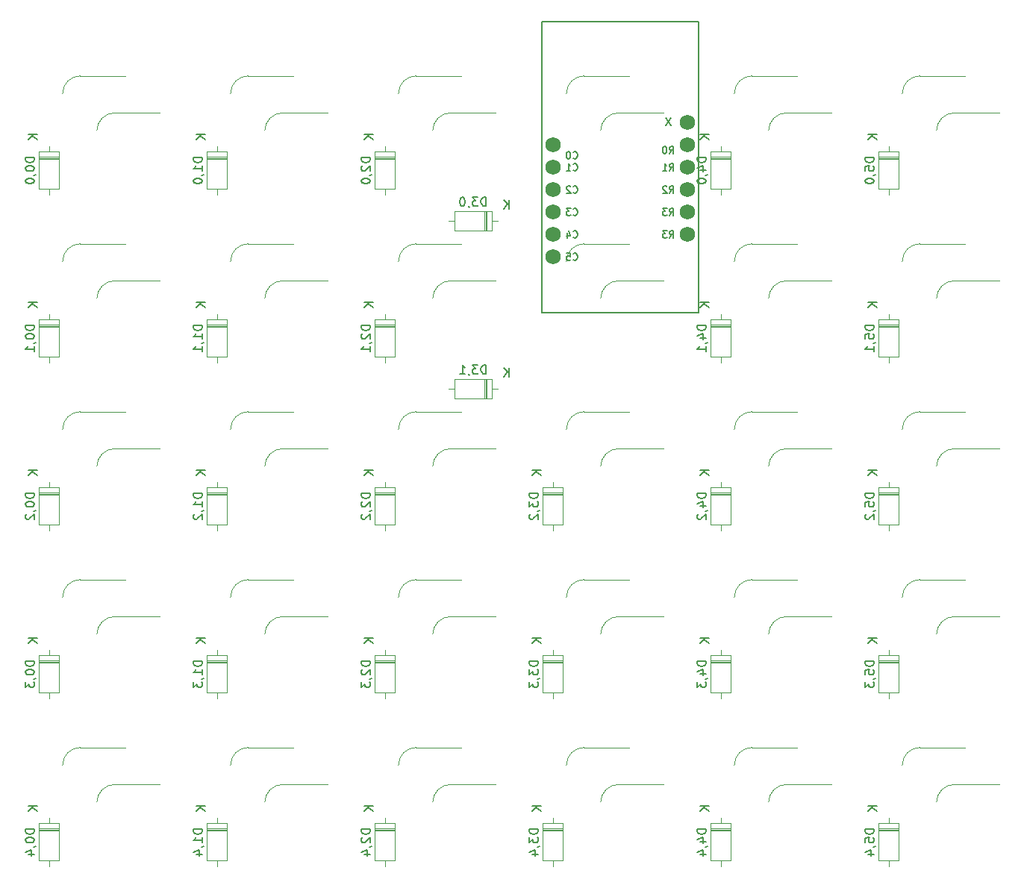
<source format=gbr>
G04 #@! TF.GenerationSoftware,KiCad,Pcbnew,7.0.10*
G04 #@! TF.CreationDate,2024-01-27T14:07:50+01:00*
G04 #@! TF.ProjectId,board-pcb,626f6172-642d-4706-9362-2e6b69636164,rev?*
G04 #@! TF.SameCoordinates,Original*
G04 #@! TF.FileFunction,Legend,Bot*
G04 #@! TF.FilePolarity,Positive*
%FSLAX46Y46*%
G04 Gerber Fmt 4.6, Leading zero omitted, Abs format (unit mm)*
G04 Created by KiCad (PCBNEW 7.0.10) date 2024-01-27 14:07:50*
%MOMM*%
%LPD*%
G01*
G04 APERTURE LIST*
%ADD10C,0.150000*%
%ADD11C,0.120000*%
%ADD12C,0.200000*%
%ADD13C,1.752600*%
G04 APERTURE END LIST*
D10*
X107929332Y-49574795D02*
X108195999Y-49193842D01*
X108386475Y-49574795D02*
X108386475Y-48774795D01*
X108386475Y-48774795D02*
X108081713Y-48774795D01*
X108081713Y-48774795D02*
X108005523Y-48812890D01*
X108005523Y-48812890D02*
X107967428Y-48850985D01*
X107967428Y-48850985D02*
X107929332Y-48927176D01*
X107929332Y-48927176D02*
X107929332Y-49041461D01*
X107929332Y-49041461D02*
X107967428Y-49117652D01*
X107967428Y-49117652D02*
X108005523Y-49155747D01*
X108005523Y-49155747D02*
X108081713Y-49193842D01*
X108081713Y-49193842D02*
X108386475Y-49193842D01*
X107662666Y-48774795D02*
X107167428Y-48774795D01*
X107167428Y-48774795D02*
X107434094Y-49079557D01*
X107434094Y-49079557D02*
X107319809Y-49079557D01*
X107319809Y-49079557D02*
X107243618Y-49117652D01*
X107243618Y-49117652D02*
X107205523Y-49155747D01*
X107205523Y-49155747D02*
X107167428Y-49231938D01*
X107167428Y-49231938D02*
X107167428Y-49422414D01*
X107167428Y-49422414D02*
X107205523Y-49498604D01*
X107205523Y-49498604D02*
X107243618Y-49536700D01*
X107243618Y-49536700D02*
X107319809Y-49574795D01*
X107319809Y-49574795D02*
X107548380Y-49574795D01*
X107548380Y-49574795D02*
X107624571Y-49536700D01*
X107624571Y-49536700D02*
X107662666Y-49498604D01*
X97007332Y-43048604D02*
X97045428Y-43086700D01*
X97045428Y-43086700D02*
X97159713Y-43124795D01*
X97159713Y-43124795D02*
X97235904Y-43124795D01*
X97235904Y-43124795D02*
X97350190Y-43086700D01*
X97350190Y-43086700D02*
X97426380Y-43010509D01*
X97426380Y-43010509D02*
X97464475Y-42934319D01*
X97464475Y-42934319D02*
X97502571Y-42781938D01*
X97502571Y-42781938D02*
X97502571Y-42667652D01*
X97502571Y-42667652D02*
X97464475Y-42515271D01*
X97464475Y-42515271D02*
X97426380Y-42439080D01*
X97426380Y-42439080D02*
X97350190Y-42362890D01*
X97350190Y-42362890D02*
X97235904Y-42324795D01*
X97235904Y-42324795D02*
X97159713Y-42324795D01*
X97159713Y-42324795D02*
X97045428Y-42362890D01*
X97045428Y-42362890D02*
X97007332Y-42400985D01*
X96512094Y-42324795D02*
X96435904Y-42324795D01*
X96435904Y-42324795D02*
X96359713Y-42362890D01*
X96359713Y-42362890D02*
X96321618Y-42400985D01*
X96321618Y-42400985D02*
X96283523Y-42477176D01*
X96283523Y-42477176D02*
X96245428Y-42629557D01*
X96245428Y-42629557D02*
X96245428Y-42820033D01*
X96245428Y-42820033D02*
X96283523Y-42972414D01*
X96283523Y-42972414D02*
X96321618Y-43048604D01*
X96321618Y-43048604D02*
X96359713Y-43086700D01*
X96359713Y-43086700D02*
X96435904Y-43124795D01*
X96435904Y-43124795D02*
X96512094Y-43124795D01*
X96512094Y-43124795D02*
X96588285Y-43086700D01*
X96588285Y-43086700D02*
X96626380Y-43048604D01*
X96626380Y-43048604D02*
X96664475Y-42972414D01*
X96664475Y-42972414D02*
X96702571Y-42820033D01*
X96702571Y-42820033D02*
X96702571Y-42629557D01*
X96702571Y-42629557D02*
X96664475Y-42477176D01*
X96664475Y-42477176D02*
X96626380Y-42400985D01*
X96626380Y-42400985D02*
X96588285Y-42362890D01*
X96588285Y-42362890D02*
X96512094Y-42324795D01*
X97007332Y-49498604D02*
X97045428Y-49536700D01*
X97045428Y-49536700D02*
X97159713Y-49574795D01*
X97159713Y-49574795D02*
X97235904Y-49574795D01*
X97235904Y-49574795D02*
X97350190Y-49536700D01*
X97350190Y-49536700D02*
X97426380Y-49460509D01*
X97426380Y-49460509D02*
X97464475Y-49384319D01*
X97464475Y-49384319D02*
X97502571Y-49231938D01*
X97502571Y-49231938D02*
X97502571Y-49117652D01*
X97502571Y-49117652D02*
X97464475Y-48965271D01*
X97464475Y-48965271D02*
X97426380Y-48889080D01*
X97426380Y-48889080D02*
X97350190Y-48812890D01*
X97350190Y-48812890D02*
X97235904Y-48774795D01*
X97235904Y-48774795D02*
X97159713Y-48774795D01*
X97159713Y-48774795D02*
X97045428Y-48812890D01*
X97045428Y-48812890D02*
X97007332Y-48850985D01*
X96740666Y-48774795D02*
X96245428Y-48774795D01*
X96245428Y-48774795D02*
X96512094Y-49079557D01*
X96512094Y-49079557D02*
X96397809Y-49079557D01*
X96397809Y-49079557D02*
X96321618Y-49117652D01*
X96321618Y-49117652D02*
X96283523Y-49155747D01*
X96283523Y-49155747D02*
X96245428Y-49231938D01*
X96245428Y-49231938D02*
X96245428Y-49422414D01*
X96245428Y-49422414D02*
X96283523Y-49498604D01*
X96283523Y-49498604D02*
X96321618Y-49536700D01*
X96321618Y-49536700D02*
X96397809Y-49574795D01*
X96397809Y-49574795D02*
X96626380Y-49574795D01*
X96626380Y-49574795D02*
X96702571Y-49536700D01*
X96702571Y-49536700D02*
X96740666Y-49498604D01*
X108062666Y-38514795D02*
X107529332Y-39314795D01*
X107529332Y-38514795D02*
X108062666Y-39314795D01*
X107929332Y-42554795D02*
X108195999Y-42173842D01*
X108386475Y-42554795D02*
X108386475Y-41754795D01*
X108386475Y-41754795D02*
X108081713Y-41754795D01*
X108081713Y-41754795D02*
X108005523Y-41792890D01*
X108005523Y-41792890D02*
X107967428Y-41830985D01*
X107967428Y-41830985D02*
X107929332Y-41907176D01*
X107929332Y-41907176D02*
X107929332Y-42021461D01*
X107929332Y-42021461D02*
X107967428Y-42097652D01*
X107967428Y-42097652D02*
X108005523Y-42135747D01*
X108005523Y-42135747D02*
X108081713Y-42173842D01*
X108081713Y-42173842D02*
X108386475Y-42173842D01*
X107434094Y-41754795D02*
X107357904Y-41754795D01*
X107357904Y-41754795D02*
X107281713Y-41792890D01*
X107281713Y-41792890D02*
X107243618Y-41830985D01*
X107243618Y-41830985D02*
X107205523Y-41907176D01*
X107205523Y-41907176D02*
X107167428Y-42059557D01*
X107167428Y-42059557D02*
X107167428Y-42250033D01*
X107167428Y-42250033D02*
X107205523Y-42402414D01*
X107205523Y-42402414D02*
X107243618Y-42478604D01*
X107243618Y-42478604D02*
X107281713Y-42516700D01*
X107281713Y-42516700D02*
X107357904Y-42554795D01*
X107357904Y-42554795D02*
X107434094Y-42554795D01*
X107434094Y-42554795D02*
X107510285Y-42516700D01*
X107510285Y-42516700D02*
X107548380Y-42478604D01*
X107548380Y-42478604D02*
X107586475Y-42402414D01*
X107586475Y-42402414D02*
X107624571Y-42250033D01*
X107624571Y-42250033D02*
X107624571Y-42059557D01*
X107624571Y-42059557D02*
X107586475Y-41907176D01*
X107586475Y-41907176D02*
X107548380Y-41830985D01*
X107548380Y-41830985D02*
X107510285Y-41792890D01*
X107510285Y-41792890D02*
X107434094Y-41754795D01*
X97007332Y-52038604D02*
X97045428Y-52076700D01*
X97045428Y-52076700D02*
X97159713Y-52114795D01*
X97159713Y-52114795D02*
X97235904Y-52114795D01*
X97235904Y-52114795D02*
X97350190Y-52076700D01*
X97350190Y-52076700D02*
X97426380Y-52000509D01*
X97426380Y-52000509D02*
X97464475Y-51924319D01*
X97464475Y-51924319D02*
X97502571Y-51771938D01*
X97502571Y-51771938D02*
X97502571Y-51657652D01*
X97502571Y-51657652D02*
X97464475Y-51505271D01*
X97464475Y-51505271D02*
X97426380Y-51429080D01*
X97426380Y-51429080D02*
X97350190Y-51352890D01*
X97350190Y-51352890D02*
X97235904Y-51314795D01*
X97235904Y-51314795D02*
X97159713Y-51314795D01*
X97159713Y-51314795D02*
X97045428Y-51352890D01*
X97045428Y-51352890D02*
X97007332Y-51390985D01*
X96321618Y-51581461D02*
X96321618Y-52114795D01*
X96512094Y-51276700D02*
X96702571Y-51848128D01*
X96702571Y-51848128D02*
X96207332Y-51848128D01*
X97007332Y-46958604D02*
X97045428Y-46996700D01*
X97045428Y-46996700D02*
X97159713Y-47034795D01*
X97159713Y-47034795D02*
X97235904Y-47034795D01*
X97235904Y-47034795D02*
X97350190Y-46996700D01*
X97350190Y-46996700D02*
X97426380Y-46920509D01*
X97426380Y-46920509D02*
X97464475Y-46844319D01*
X97464475Y-46844319D02*
X97502571Y-46691938D01*
X97502571Y-46691938D02*
X97502571Y-46577652D01*
X97502571Y-46577652D02*
X97464475Y-46425271D01*
X97464475Y-46425271D02*
X97426380Y-46349080D01*
X97426380Y-46349080D02*
X97350190Y-46272890D01*
X97350190Y-46272890D02*
X97235904Y-46234795D01*
X97235904Y-46234795D02*
X97159713Y-46234795D01*
X97159713Y-46234795D02*
X97045428Y-46272890D01*
X97045428Y-46272890D02*
X97007332Y-46310985D01*
X96702571Y-46310985D02*
X96664475Y-46272890D01*
X96664475Y-46272890D02*
X96588285Y-46234795D01*
X96588285Y-46234795D02*
X96397809Y-46234795D01*
X96397809Y-46234795D02*
X96321618Y-46272890D01*
X96321618Y-46272890D02*
X96283523Y-46310985D01*
X96283523Y-46310985D02*
X96245428Y-46387176D01*
X96245428Y-46387176D02*
X96245428Y-46463366D01*
X96245428Y-46463366D02*
X96283523Y-46577652D01*
X96283523Y-46577652D02*
X96740666Y-47034795D01*
X96740666Y-47034795D02*
X96245428Y-47034795D01*
X97007332Y-54578604D02*
X97045428Y-54616700D01*
X97045428Y-54616700D02*
X97159713Y-54654795D01*
X97159713Y-54654795D02*
X97235904Y-54654795D01*
X97235904Y-54654795D02*
X97350190Y-54616700D01*
X97350190Y-54616700D02*
X97426380Y-54540509D01*
X97426380Y-54540509D02*
X97464475Y-54464319D01*
X97464475Y-54464319D02*
X97502571Y-54311938D01*
X97502571Y-54311938D02*
X97502571Y-54197652D01*
X97502571Y-54197652D02*
X97464475Y-54045271D01*
X97464475Y-54045271D02*
X97426380Y-53969080D01*
X97426380Y-53969080D02*
X97350190Y-53892890D01*
X97350190Y-53892890D02*
X97235904Y-53854795D01*
X97235904Y-53854795D02*
X97159713Y-53854795D01*
X97159713Y-53854795D02*
X97045428Y-53892890D01*
X97045428Y-53892890D02*
X97007332Y-53930985D01*
X96283523Y-53854795D02*
X96664475Y-53854795D01*
X96664475Y-53854795D02*
X96702571Y-54235747D01*
X96702571Y-54235747D02*
X96664475Y-54197652D01*
X96664475Y-54197652D02*
X96588285Y-54159557D01*
X96588285Y-54159557D02*
X96397809Y-54159557D01*
X96397809Y-54159557D02*
X96321618Y-54197652D01*
X96321618Y-54197652D02*
X96283523Y-54235747D01*
X96283523Y-54235747D02*
X96245428Y-54311938D01*
X96245428Y-54311938D02*
X96245428Y-54502414D01*
X96245428Y-54502414D02*
X96283523Y-54578604D01*
X96283523Y-54578604D02*
X96321618Y-54616700D01*
X96321618Y-54616700D02*
X96397809Y-54654795D01*
X96397809Y-54654795D02*
X96588285Y-54654795D01*
X96588285Y-54654795D02*
X96664475Y-54616700D01*
X96664475Y-54616700D02*
X96702571Y-54578604D01*
X107929332Y-47034795D02*
X108195999Y-46653842D01*
X108386475Y-47034795D02*
X108386475Y-46234795D01*
X108386475Y-46234795D02*
X108081713Y-46234795D01*
X108081713Y-46234795D02*
X108005523Y-46272890D01*
X108005523Y-46272890D02*
X107967428Y-46310985D01*
X107967428Y-46310985D02*
X107929332Y-46387176D01*
X107929332Y-46387176D02*
X107929332Y-46501461D01*
X107929332Y-46501461D02*
X107967428Y-46577652D01*
X107967428Y-46577652D02*
X108005523Y-46615747D01*
X108005523Y-46615747D02*
X108081713Y-46653842D01*
X108081713Y-46653842D02*
X108386475Y-46653842D01*
X107624571Y-46310985D02*
X107586475Y-46272890D01*
X107586475Y-46272890D02*
X107510285Y-46234795D01*
X107510285Y-46234795D02*
X107319809Y-46234795D01*
X107319809Y-46234795D02*
X107243618Y-46272890D01*
X107243618Y-46272890D02*
X107205523Y-46310985D01*
X107205523Y-46310985D02*
X107167428Y-46387176D01*
X107167428Y-46387176D02*
X107167428Y-46463366D01*
X107167428Y-46463366D02*
X107205523Y-46577652D01*
X107205523Y-46577652D02*
X107662666Y-47034795D01*
X107662666Y-47034795D02*
X107167428Y-47034795D01*
X107929332Y-44494795D02*
X108195999Y-44113842D01*
X108386475Y-44494795D02*
X108386475Y-43694795D01*
X108386475Y-43694795D02*
X108081713Y-43694795D01*
X108081713Y-43694795D02*
X108005523Y-43732890D01*
X108005523Y-43732890D02*
X107967428Y-43770985D01*
X107967428Y-43770985D02*
X107929332Y-43847176D01*
X107929332Y-43847176D02*
X107929332Y-43961461D01*
X107929332Y-43961461D02*
X107967428Y-44037652D01*
X107967428Y-44037652D02*
X108005523Y-44075747D01*
X108005523Y-44075747D02*
X108081713Y-44113842D01*
X108081713Y-44113842D02*
X108386475Y-44113842D01*
X107167428Y-44494795D02*
X107624571Y-44494795D01*
X107395999Y-44494795D02*
X107395999Y-43694795D01*
X107395999Y-43694795D02*
X107472190Y-43809080D01*
X107472190Y-43809080D02*
X107548380Y-43885271D01*
X107548380Y-43885271D02*
X107624571Y-43923366D01*
X107929332Y-52114795D02*
X108195999Y-51733842D01*
X108386475Y-52114795D02*
X108386475Y-51314795D01*
X108386475Y-51314795D02*
X108081713Y-51314795D01*
X108081713Y-51314795D02*
X108005523Y-51352890D01*
X108005523Y-51352890D02*
X107967428Y-51390985D01*
X107967428Y-51390985D02*
X107929332Y-51467176D01*
X107929332Y-51467176D02*
X107929332Y-51581461D01*
X107929332Y-51581461D02*
X107967428Y-51657652D01*
X107967428Y-51657652D02*
X108005523Y-51695747D01*
X108005523Y-51695747D02*
X108081713Y-51733842D01*
X108081713Y-51733842D02*
X108386475Y-51733842D01*
X107662666Y-51314795D02*
X107167428Y-51314795D01*
X107167428Y-51314795D02*
X107434094Y-51619557D01*
X107434094Y-51619557D02*
X107319809Y-51619557D01*
X107319809Y-51619557D02*
X107243618Y-51657652D01*
X107243618Y-51657652D02*
X107205523Y-51695747D01*
X107205523Y-51695747D02*
X107167428Y-51771938D01*
X107167428Y-51771938D02*
X107167428Y-51962414D01*
X107167428Y-51962414D02*
X107205523Y-52038604D01*
X107205523Y-52038604D02*
X107243618Y-52076700D01*
X107243618Y-52076700D02*
X107319809Y-52114795D01*
X107319809Y-52114795D02*
X107548380Y-52114795D01*
X107548380Y-52114795D02*
X107624571Y-52076700D01*
X107624571Y-52076700D02*
X107662666Y-52038604D01*
X97007332Y-44418604D02*
X97045428Y-44456700D01*
X97045428Y-44456700D02*
X97159713Y-44494795D01*
X97159713Y-44494795D02*
X97235904Y-44494795D01*
X97235904Y-44494795D02*
X97350190Y-44456700D01*
X97350190Y-44456700D02*
X97426380Y-44380509D01*
X97426380Y-44380509D02*
X97464475Y-44304319D01*
X97464475Y-44304319D02*
X97502571Y-44151938D01*
X97502571Y-44151938D02*
X97502571Y-44037652D01*
X97502571Y-44037652D02*
X97464475Y-43885271D01*
X97464475Y-43885271D02*
X97426380Y-43809080D01*
X97426380Y-43809080D02*
X97350190Y-43732890D01*
X97350190Y-43732890D02*
X97235904Y-43694795D01*
X97235904Y-43694795D02*
X97159713Y-43694795D01*
X97159713Y-43694795D02*
X97045428Y-43732890D01*
X97045428Y-43732890D02*
X97007332Y-43770985D01*
X96245428Y-44494795D02*
X96702571Y-44494795D01*
X96473999Y-44494795D02*
X96473999Y-43694795D01*
X96473999Y-43694795D02*
X96550190Y-43809080D01*
X96550190Y-43809080D02*
X96626380Y-43885271D01*
X96626380Y-43885271D02*
X96702571Y-43923366D01*
X35876069Y-42997619D02*
X34876069Y-42997619D01*
X34876069Y-42997619D02*
X34876069Y-43235714D01*
X34876069Y-43235714D02*
X34923688Y-43378571D01*
X34923688Y-43378571D02*
X35018926Y-43473809D01*
X35018926Y-43473809D02*
X35114164Y-43521428D01*
X35114164Y-43521428D02*
X35304640Y-43569047D01*
X35304640Y-43569047D02*
X35447497Y-43569047D01*
X35447497Y-43569047D02*
X35637973Y-43521428D01*
X35637973Y-43521428D02*
X35733211Y-43473809D01*
X35733211Y-43473809D02*
X35828450Y-43378571D01*
X35828450Y-43378571D02*
X35876069Y-43235714D01*
X35876069Y-43235714D02*
X35876069Y-42997619D01*
X34876069Y-44188095D02*
X34876069Y-44283333D01*
X34876069Y-44283333D02*
X34923688Y-44378571D01*
X34923688Y-44378571D02*
X34971307Y-44426190D01*
X34971307Y-44426190D02*
X35066545Y-44473809D01*
X35066545Y-44473809D02*
X35257021Y-44521428D01*
X35257021Y-44521428D02*
X35495116Y-44521428D01*
X35495116Y-44521428D02*
X35685592Y-44473809D01*
X35685592Y-44473809D02*
X35780830Y-44426190D01*
X35780830Y-44426190D02*
X35828450Y-44378571D01*
X35828450Y-44378571D02*
X35876069Y-44283333D01*
X35876069Y-44283333D02*
X35876069Y-44188095D01*
X35876069Y-44188095D02*
X35828450Y-44092857D01*
X35828450Y-44092857D02*
X35780830Y-44045238D01*
X35780830Y-44045238D02*
X35685592Y-43997619D01*
X35685592Y-43997619D02*
X35495116Y-43950000D01*
X35495116Y-43950000D02*
X35257021Y-43950000D01*
X35257021Y-43950000D02*
X35066545Y-43997619D01*
X35066545Y-43997619D02*
X34971307Y-44045238D01*
X34971307Y-44045238D02*
X34923688Y-44092857D01*
X34923688Y-44092857D02*
X34876069Y-44188095D01*
X35828450Y-44997619D02*
X35876069Y-44997619D01*
X35876069Y-44997619D02*
X35971307Y-44950000D01*
X35971307Y-44950000D02*
X36018926Y-44902381D01*
X34876069Y-45616666D02*
X34876069Y-45711904D01*
X34876069Y-45711904D02*
X34923688Y-45807142D01*
X34923688Y-45807142D02*
X34971307Y-45854761D01*
X34971307Y-45854761D02*
X35066545Y-45902380D01*
X35066545Y-45902380D02*
X35257021Y-45949999D01*
X35257021Y-45949999D02*
X35495116Y-45949999D01*
X35495116Y-45949999D02*
X35685592Y-45902380D01*
X35685592Y-45902380D02*
X35780830Y-45854761D01*
X35780830Y-45854761D02*
X35828450Y-45807142D01*
X35828450Y-45807142D02*
X35876069Y-45711904D01*
X35876069Y-45711904D02*
X35876069Y-45616666D01*
X35876069Y-45616666D02*
X35828450Y-45521428D01*
X35828450Y-45521428D02*
X35780830Y-45473809D01*
X35780830Y-45473809D02*
X35685592Y-45426190D01*
X35685592Y-45426190D02*
X35495116Y-45378571D01*
X35495116Y-45378571D02*
X35257021Y-45378571D01*
X35257021Y-45378571D02*
X35066545Y-45426190D01*
X35066545Y-45426190D02*
X34971307Y-45473809D01*
X34971307Y-45473809D02*
X34923688Y-45521428D01*
X34923688Y-45521428D02*
X34876069Y-45616666D01*
X36196069Y-40378095D02*
X35196069Y-40378095D01*
X36196069Y-40949523D02*
X35624640Y-40520952D01*
X35196069Y-40949523D02*
X35767497Y-40378095D01*
X73976069Y-62047619D02*
X72976069Y-62047619D01*
X72976069Y-62047619D02*
X72976069Y-62285714D01*
X72976069Y-62285714D02*
X73023688Y-62428571D01*
X73023688Y-62428571D02*
X73118926Y-62523809D01*
X73118926Y-62523809D02*
X73214164Y-62571428D01*
X73214164Y-62571428D02*
X73404640Y-62619047D01*
X73404640Y-62619047D02*
X73547497Y-62619047D01*
X73547497Y-62619047D02*
X73737973Y-62571428D01*
X73737973Y-62571428D02*
X73833211Y-62523809D01*
X73833211Y-62523809D02*
X73928450Y-62428571D01*
X73928450Y-62428571D02*
X73976069Y-62285714D01*
X73976069Y-62285714D02*
X73976069Y-62047619D01*
X73071307Y-63000000D02*
X73023688Y-63047619D01*
X73023688Y-63047619D02*
X72976069Y-63142857D01*
X72976069Y-63142857D02*
X72976069Y-63380952D01*
X72976069Y-63380952D02*
X73023688Y-63476190D01*
X73023688Y-63476190D02*
X73071307Y-63523809D01*
X73071307Y-63523809D02*
X73166545Y-63571428D01*
X73166545Y-63571428D02*
X73261783Y-63571428D01*
X73261783Y-63571428D02*
X73404640Y-63523809D01*
X73404640Y-63523809D02*
X73976069Y-62952381D01*
X73976069Y-62952381D02*
X73976069Y-63571428D01*
X73928450Y-64047619D02*
X73976069Y-64047619D01*
X73976069Y-64047619D02*
X74071307Y-64000000D01*
X74071307Y-64000000D02*
X74118926Y-63952381D01*
X73976069Y-64999999D02*
X73976069Y-64428571D01*
X73976069Y-64714285D02*
X72976069Y-64714285D01*
X72976069Y-64714285D02*
X73118926Y-64619047D01*
X73118926Y-64619047D02*
X73214164Y-64523809D01*
X73214164Y-64523809D02*
X73261783Y-64428571D01*
X74296069Y-59428095D02*
X73296069Y-59428095D01*
X74296069Y-59999523D02*
X73724640Y-59570952D01*
X73296069Y-59999523D02*
X73867497Y-59428095D01*
X73976069Y-81097619D02*
X72976069Y-81097619D01*
X72976069Y-81097619D02*
X72976069Y-81335714D01*
X72976069Y-81335714D02*
X73023688Y-81478571D01*
X73023688Y-81478571D02*
X73118926Y-81573809D01*
X73118926Y-81573809D02*
X73214164Y-81621428D01*
X73214164Y-81621428D02*
X73404640Y-81669047D01*
X73404640Y-81669047D02*
X73547497Y-81669047D01*
X73547497Y-81669047D02*
X73737973Y-81621428D01*
X73737973Y-81621428D02*
X73833211Y-81573809D01*
X73833211Y-81573809D02*
X73928450Y-81478571D01*
X73928450Y-81478571D02*
X73976069Y-81335714D01*
X73976069Y-81335714D02*
X73976069Y-81097619D01*
X73071307Y-82050000D02*
X73023688Y-82097619D01*
X73023688Y-82097619D02*
X72976069Y-82192857D01*
X72976069Y-82192857D02*
X72976069Y-82430952D01*
X72976069Y-82430952D02*
X73023688Y-82526190D01*
X73023688Y-82526190D02*
X73071307Y-82573809D01*
X73071307Y-82573809D02*
X73166545Y-82621428D01*
X73166545Y-82621428D02*
X73261783Y-82621428D01*
X73261783Y-82621428D02*
X73404640Y-82573809D01*
X73404640Y-82573809D02*
X73976069Y-82002381D01*
X73976069Y-82002381D02*
X73976069Y-82621428D01*
X73928450Y-83097619D02*
X73976069Y-83097619D01*
X73976069Y-83097619D02*
X74071307Y-83050000D01*
X74071307Y-83050000D02*
X74118926Y-83002381D01*
X73071307Y-83478571D02*
X73023688Y-83526190D01*
X73023688Y-83526190D02*
X72976069Y-83621428D01*
X72976069Y-83621428D02*
X72976069Y-83859523D01*
X72976069Y-83859523D02*
X73023688Y-83954761D01*
X73023688Y-83954761D02*
X73071307Y-84002380D01*
X73071307Y-84002380D02*
X73166545Y-84049999D01*
X73166545Y-84049999D02*
X73261783Y-84049999D01*
X73261783Y-84049999D02*
X73404640Y-84002380D01*
X73404640Y-84002380D02*
X73976069Y-83430952D01*
X73976069Y-83430952D02*
X73976069Y-84049999D01*
X74296069Y-78478095D02*
X73296069Y-78478095D01*
X74296069Y-79049523D02*
X73724640Y-78620952D01*
X73296069Y-79049523D02*
X73867497Y-78478095D01*
X112076069Y-62047619D02*
X111076069Y-62047619D01*
X111076069Y-62047619D02*
X111076069Y-62285714D01*
X111076069Y-62285714D02*
X111123688Y-62428571D01*
X111123688Y-62428571D02*
X111218926Y-62523809D01*
X111218926Y-62523809D02*
X111314164Y-62571428D01*
X111314164Y-62571428D02*
X111504640Y-62619047D01*
X111504640Y-62619047D02*
X111647497Y-62619047D01*
X111647497Y-62619047D02*
X111837973Y-62571428D01*
X111837973Y-62571428D02*
X111933211Y-62523809D01*
X111933211Y-62523809D02*
X112028450Y-62428571D01*
X112028450Y-62428571D02*
X112076069Y-62285714D01*
X112076069Y-62285714D02*
X112076069Y-62047619D01*
X111409402Y-63476190D02*
X112076069Y-63476190D01*
X111028450Y-63238095D02*
X111742735Y-63000000D01*
X111742735Y-63000000D02*
X111742735Y-63619047D01*
X112028450Y-64047619D02*
X112076069Y-64047619D01*
X112076069Y-64047619D02*
X112171307Y-64000000D01*
X112171307Y-64000000D02*
X112218926Y-63952381D01*
X112076069Y-64999999D02*
X112076069Y-64428571D01*
X112076069Y-64714285D02*
X111076069Y-64714285D01*
X111076069Y-64714285D02*
X111218926Y-64619047D01*
X111218926Y-64619047D02*
X111314164Y-64523809D01*
X111314164Y-64523809D02*
X111361783Y-64428571D01*
X112396069Y-59428095D02*
X111396069Y-59428095D01*
X112396069Y-59999523D02*
X111824640Y-59570952D01*
X111396069Y-59999523D02*
X111967497Y-59428095D01*
X131126069Y-119197619D02*
X130126069Y-119197619D01*
X130126069Y-119197619D02*
X130126069Y-119435714D01*
X130126069Y-119435714D02*
X130173688Y-119578571D01*
X130173688Y-119578571D02*
X130268926Y-119673809D01*
X130268926Y-119673809D02*
X130364164Y-119721428D01*
X130364164Y-119721428D02*
X130554640Y-119769047D01*
X130554640Y-119769047D02*
X130697497Y-119769047D01*
X130697497Y-119769047D02*
X130887973Y-119721428D01*
X130887973Y-119721428D02*
X130983211Y-119673809D01*
X130983211Y-119673809D02*
X131078450Y-119578571D01*
X131078450Y-119578571D02*
X131126069Y-119435714D01*
X131126069Y-119435714D02*
X131126069Y-119197619D01*
X130126069Y-120673809D02*
X130126069Y-120197619D01*
X130126069Y-120197619D02*
X130602259Y-120150000D01*
X130602259Y-120150000D02*
X130554640Y-120197619D01*
X130554640Y-120197619D02*
X130507021Y-120292857D01*
X130507021Y-120292857D02*
X130507021Y-120530952D01*
X130507021Y-120530952D02*
X130554640Y-120626190D01*
X130554640Y-120626190D02*
X130602259Y-120673809D01*
X130602259Y-120673809D02*
X130697497Y-120721428D01*
X130697497Y-120721428D02*
X130935592Y-120721428D01*
X130935592Y-120721428D02*
X131030830Y-120673809D01*
X131030830Y-120673809D02*
X131078450Y-120626190D01*
X131078450Y-120626190D02*
X131126069Y-120530952D01*
X131126069Y-120530952D02*
X131126069Y-120292857D01*
X131126069Y-120292857D02*
X131078450Y-120197619D01*
X131078450Y-120197619D02*
X131030830Y-120150000D01*
X131078450Y-121197619D02*
X131126069Y-121197619D01*
X131126069Y-121197619D02*
X131221307Y-121150000D01*
X131221307Y-121150000D02*
X131268926Y-121102381D01*
X130459402Y-122054761D02*
X131126069Y-122054761D01*
X130078450Y-121816666D02*
X130792735Y-121578571D01*
X130792735Y-121578571D02*
X130792735Y-122197618D01*
X131446069Y-116578095D02*
X130446069Y-116578095D01*
X131446069Y-117149523D02*
X130874640Y-116720952D01*
X130446069Y-117149523D02*
X131017497Y-116578095D01*
X87118630Y-67549819D02*
X87118630Y-66549819D01*
X87118630Y-66549819D02*
X86880535Y-66549819D01*
X86880535Y-66549819D02*
X86737678Y-66597438D01*
X86737678Y-66597438D02*
X86642440Y-66692676D01*
X86642440Y-66692676D02*
X86594821Y-66787914D01*
X86594821Y-66787914D02*
X86547202Y-66978390D01*
X86547202Y-66978390D02*
X86547202Y-67121247D01*
X86547202Y-67121247D02*
X86594821Y-67311723D01*
X86594821Y-67311723D02*
X86642440Y-67406961D01*
X86642440Y-67406961D02*
X86737678Y-67502200D01*
X86737678Y-67502200D02*
X86880535Y-67549819D01*
X86880535Y-67549819D02*
X87118630Y-67549819D01*
X86213868Y-66549819D02*
X85594821Y-66549819D01*
X85594821Y-66549819D02*
X85928154Y-66930771D01*
X85928154Y-66930771D02*
X85785297Y-66930771D01*
X85785297Y-66930771D02*
X85690059Y-66978390D01*
X85690059Y-66978390D02*
X85642440Y-67026009D01*
X85642440Y-67026009D02*
X85594821Y-67121247D01*
X85594821Y-67121247D02*
X85594821Y-67359342D01*
X85594821Y-67359342D02*
X85642440Y-67454580D01*
X85642440Y-67454580D02*
X85690059Y-67502200D01*
X85690059Y-67502200D02*
X85785297Y-67549819D01*
X85785297Y-67549819D02*
X86071011Y-67549819D01*
X86071011Y-67549819D02*
X86166249Y-67502200D01*
X86166249Y-67502200D02*
X86213868Y-67454580D01*
X85118630Y-67502200D02*
X85118630Y-67549819D01*
X85118630Y-67549819D02*
X85166249Y-67645057D01*
X85166249Y-67645057D02*
X85213868Y-67692676D01*
X84166250Y-67549819D02*
X84737678Y-67549819D01*
X84451964Y-67549819D02*
X84451964Y-66549819D01*
X84451964Y-66549819D02*
X84547202Y-66692676D01*
X84547202Y-66692676D02*
X84642440Y-66787914D01*
X84642440Y-66787914D02*
X84737678Y-66835533D01*
X89738154Y-67869819D02*
X89738154Y-66869819D01*
X89166726Y-67869819D02*
X89595297Y-67298390D01*
X89166726Y-66869819D02*
X89738154Y-67441247D01*
X112076069Y-42997619D02*
X111076069Y-42997619D01*
X111076069Y-42997619D02*
X111076069Y-43235714D01*
X111076069Y-43235714D02*
X111123688Y-43378571D01*
X111123688Y-43378571D02*
X111218926Y-43473809D01*
X111218926Y-43473809D02*
X111314164Y-43521428D01*
X111314164Y-43521428D02*
X111504640Y-43569047D01*
X111504640Y-43569047D02*
X111647497Y-43569047D01*
X111647497Y-43569047D02*
X111837973Y-43521428D01*
X111837973Y-43521428D02*
X111933211Y-43473809D01*
X111933211Y-43473809D02*
X112028450Y-43378571D01*
X112028450Y-43378571D02*
X112076069Y-43235714D01*
X112076069Y-43235714D02*
X112076069Y-42997619D01*
X111409402Y-44426190D02*
X112076069Y-44426190D01*
X111028450Y-44188095D02*
X111742735Y-43950000D01*
X111742735Y-43950000D02*
X111742735Y-44569047D01*
X112028450Y-44997619D02*
X112076069Y-44997619D01*
X112076069Y-44997619D02*
X112171307Y-44950000D01*
X112171307Y-44950000D02*
X112218926Y-44902381D01*
X111076069Y-45616666D02*
X111076069Y-45711904D01*
X111076069Y-45711904D02*
X111123688Y-45807142D01*
X111123688Y-45807142D02*
X111171307Y-45854761D01*
X111171307Y-45854761D02*
X111266545Y-45902380D01*
X111266545Y-45902380D02*
X111457021Y-45949999D01*
X111457021Y-45949999D02*
X111695116Y-45949999D01*
X111695116Y-45949999D02*
X111885592Y-45902380D01*
X111885592Y-45902380D02*
X111980830Y-45854761D01*
X111980830Y-45854761D02*
X112028450Y-45807142D01*
X112028450Y-45807142D02*
X112076069Y-45711904D01*
X112076069Y-45711904D02*
X112076069Y-45616666D01*
X112076069Y-45616666D02*
X112028450Y-45521428D01*
X112028450Y-45521428D02*
X111980830Y-45473809D01*
X111980830Y-45473809D02*
X111885592Y-45426190D01*
X111885592Y-45426190D02*
X111695116Y-45378571D01*
X111695116Y-45378571D02*
X111457021Y-45378571D01*
X111457021Y-45378571D02*
X111266545Y-45426190D01*
X111266545Y-45426190D02*
X111171307Y-45473809D01*
X111171307Y-45473809D02*
X111123688Y-45521428D01*
X111123688Y-45521428D02*
X111076069Y-45616666D01*
X112396069Y-40378095D02*
X111396069Y-40378095D01*
X112396069Y-40949523D02*
X111824640Y-40520952D01*
X111396069Y-40949523D02*
X111967497Y-40378095D01*
X131126069Y-100147619D02*
X130126069Y-100147619D01*
X130126069Y-100147619D02*
X130126069Y-100385714D01*
X130126069Y-100385714D02*
X130173688Y-100528571D01*
X130173688Y-100528571D02*
X130268926Y-100623809D01*
X130268926Y-100623809D02*
X130364164Y-100671428D01*
X130364164Y-100671428D02*
X130554640Y-100719047D01*
X130554640Y-100719047D02*
X130697497Y-100719047D01*
X130697497Y-100719047D02*
X130887973Y-100671428D01*
X130887973Y-100671428D02*
X130983211Y-100623809D01*
X130983211Y-100623809D02*
X131078450Y-100528571D01*
X131078450Y-100528571D02*
X131126069Y-100385714D01*
X131126069Y-100385714D02*
X131126069Y-100147619D01*
X130126069Y-101623809D02*
X130126069Y-101147619D01*
X130126069Y-101147619D02*
X130602259Y-101100000D01*
X130602259Y-101100000D02*
X130554640Y-101147619D01*
X130554640Y-101147619D02*
X130507021Y-101242857D01*
X130507021Y-101242857D02*
X130507021Y-101480952D01*
X130507021Y-101480952D02*
X130554640Y-101576190D01*
X130554640Y-101576190D02*
X130602259Y-101623809D01*
X130602259Y-101623809D02*
X130697497Y-101671428D01*
X130697497Y-101671428D02*
X130935592Y-101671428D01*
X130935592Y-101671428D02*
X131030830Y-101623809D01*
X131030830Y-101623809D02*
X131078450Y-101576190D01*
X131078450Y-101576190D02*
X131126069Y-101480952D01*
X131126069Y-101480952D02*
X131126069Y-101242857D01*
X131126069Y-101242857D02*
X131078450Y-101147619D01*
X131078450Y-101147619D02*
X131030830Y-101100000D01*
X131078450Y-102147619D02*
X131126069Y-102147619D01*
X131126069Y-102147619D02*
X131221307Y-102100000D01*
X131221307Y-102100000D02*
X131268926Y-102052381D01*
X130126069Y-102480952D02*
X130126069Y-103099999D01*
X130126069Y-103099999D02*
X130507021Y-102766666D01*
X130507021Y-102766666D02*
X130507021Y-102909523D01*
X130507021Y-102909523D02*
X130554640Y-103004761D01*
X130554640Y-103004761D02*
X130602259Y-103052380D01*
X130602259Y-103052380D02*
X130697497Y-103099999D01*
X130697497Y-103099999D02*
X130935592Y-103099999D01*
X130935592Y-103099999D02*
X131030830Y-103052380D01*
X131030830Y-103052380D02*
X131078450Y-103004761D01*
X131078450Y-103004761D02*
X131126069Y-102909523D01*
X131126069Y-102909523D02*
X131126069Y-102623809D01*
X131126069Y-102623809D02*
X131078450Y-102528571D01*
X131078450Y-102528571D02*
X131030830Y-102480952D01*
X131446069Y-97528095D02*
X130446069Y-97528095D01*
X131446069Y-98099523D02*
X130874640Y-97670952D01*
X130446069Y-98099523D02*
X131017497Y-97528095D01*
X35876069Y-100147619D02*
X34876069Y-100147619D01*
X34876069Y-100147619D02*
X34876069Y-100385714D01*
X34876069Y-100385714D02*
X34923688Y-100528571D01*
X34923688Y-100528571D02*
X35018926Y-100623809D01*
X35018926Y-100623809D02*
X35114164Y-100671428D01*
X35114164Y-100671428D02*
X35304640Y-100719047D01*
X35304640Y-100719047D02*
X35447497Y-100719047D01*
X35447497Y-100719047D02*
X35637973Y-100671428D01*
X35637973Y-100671428D02*
X35733211Y-100623809D01*
X35733211Y-100623809D02*
X35828450Y-100528571D01*
X35828450Y-100528571D02*
X35876069Y-100385714D01*
X35876069Y-100385714D02*
X35876069Y-100147619D01*
X34876069Y-101338095D02*
X34876069Y-101433333D01*
X34876069Y-101433333D02*
X34923688Y-101528571D01*
X34923688Y-101528571D02*
X34971307Y-101576190D01*
X34971307Y-101576190D02*
X35066545Y-101623809D01*
X35066545Y-101623809D02*
X35257021Y-101671428D01*
X35257021Y-101671428D02*
X35495116Y-101671428D01*
X35495116Y-101671428D02*
X35685592Y-101623809D01*
X35685592Y-101623809D02*
X35780830Y-101576190D01*
X35780830Y-101576190D02*
X35828450Y-101528571D01*
X35828450Y-101528571D02*
X35876069Y-101433333D01*
X35876069Y-101433333D02*
X35876069Y-101338095D01*
X35876069Y-101338095D02*
X35828450Y-101242857D01*
X35828450Y-101242857D02*
X35780830Y-101195238D01*
X35780830Y-101195238D02*
X35685592Y-101147619D01*
X35685592Y-101147619D02*
X35495116Y-101100000D01*
X35495116Y-101100000D02*
X35257021Y-101100000D01*
X35257021Y-101100000D02*
X35066545Y-101147619D01*
X35066545Y-101147619D02*
X34971307Y-101195238D01*
X34971307Y-101195238D02*
X34923688Y-101242857D01*
X34923688Y-101242857D02*
X34876069Y-101338095D01*
X35828450Y-102147619D02*
X35876069Y-102147619D01*
X35876069Y-102147619D02*
X35971307Y-102100000D01*
X35971307Y-102100000D02*
X36018926Y-102052381D01*
X34876069Y-102480952D02*
X34876069Y-103099999D01*
X34876069Y-103099999D02*
X35257021Y-102766666D01*
X35257021Y-102766666D02*
X35257021Y-102909523D01*
X35257021Y-102909523D02*
X35304640Y-103004761D01*
X35304640Y-103004761D02*
X35352259Y-103052380D01*
X35352259Y-103052380D02*
X35447497Y-103099999D01*
X35447497Y-103099999D02*
X35685592Y-103099999D01*
X35685592Y-103099999D02*
X35780830Y-103052380D01*
X35780830Y-103052380D02*
X35828450Y-103004761D01*
X35828450Y-103004761D02*
X35876069Y-102909523D01*
X35876069Y-102909523D02*
X35876069Y-102623809D01*
X35876069Y-102623809D02*
X35828450Y-102528571D01*
X35828450Y-102528571D02*
X35780830Y-102480952D01*
X36196069Y-97528095D02*
X35196069Y-97528095D01*
X36196069Y-98099523D02*
X35624640Y-97670952D01*
X35196069Y-98099523D02*
X35767497Y-97528095D01*
X131126069Y-81097619D02*
X130126069Y-81097619D01*
X130126069Y-81097619D02*
X130126069Y-81335714D01*
X130126069Y-81335714D02*
X130173688Y-81478571D01*
X130173688Y-81478571D02*
X130268926Y-81573809D01*
X130268926Y-81573809D02*
X130364164Y-81621428D01*
X130364164Y-81621428D02*
X130554640Y-81669047D01*
X130554640Y-81669047D02*
X130697497Y-81669047D01*
X130697497Y-81669047D02*
X130887973Y-81621428D01*
X130887973Y-81621428D02*
X130983211Y-81573809D01*
X130983211Y-81573809D02*
X131078450Y-81478571D01*
X131078450Y-81478571D02*
X131126069Y-81335714D01*
X131126069Y-81335714D02*
X131126069Y-81097619D01*
X130126069Y-82573809D02*
X130126069Y-82097619D01*
X130126069Y-82097619D02*
X130602259Y-82050000D01*
X130602259Y-82050000D02*
X130554640Y-82097619D01*
X130554640Y-82097619D02*
X130507021Y-82192857D01*
X130507021Y-82192857D02*
X130507021Y-82430952D01*
X130507021Y-82430952D02*
X130554640Y-82526190D01*
X130554640Y-82526190D02*
X130602259Y-82573809D01*
X130602259Y-82573809D02*
X130697497Y-82621428D01*
X130697497Y-82621428D02*
X130935592Y-82621428D01*
X130935592Y-82621428D02*
X131030830Y-82573809D01*
X131030830Y-82573809D02*
X131078450Y-82526190D01*
X131078450Y-82526190D02*
X131126069Y-82430952D01*
X131126069Y-82430952D02*
X131126069Y-82192857D01*
X131126069Y-82192857D02*
X131078450Y-82097619D01*
X131078450Y-82097619D02*
X131030830Y-82050000D01*
X131078450Y-83097619D02*
X131126069Y-83097619D01*
X131126069Y-83097619D02*
X131221307Y-83050000D01*
X131221307Y-83050000D02*
X131268926Y-83002381D01*
X130221307Y-83478571D02*
X130173688Y-83526190D01*
X130173688Y-83526190D02*
X130126069Y-83621428D01*
X130126069Y-83621428D02*
X130126069Y-83859523D01*
X130126069Y-83859523D02*
X130173688Y-83954761D01*
X130173688Y-83954761D02*
X130221307Y-84002380D01*
X130221307Y-84002380D02*
X130316545Y-84049999D01*
X130316545Y-84049999D02*
X130411783Y-84049999D01*
X130411783Y-84049999D02*
X130554640Y-84002380D01*
X130554640Y-84002380D02*
X131126069Y-83430952D01*
X131126069Y-83430952D02*
X131126069Y-84049999D01*
X131446069Y-78478095D02*
X130446069Y-78478095D01*
X131446069Y-79049523D02*
X130874640Y-78620952D01*
X130446069Y-79049523D02*
X131017497Y-78478095D01*
X131126069Y-42997619D02*
X130126069Y-42997619D01*
X130126069Y-42997619D02*
X130126069Y-43235714D01*
X130126069Y-43235714D02*
X130173688Y-43378571D01*
X130173688Y-43378571D02*
X130268926Y-43473809D01*
X130268926Y-43473809D02*
X130364164Y-43521428D01*
X130364164Y-43521428D02*
X130554640Y-43569047D01*
X130554640Y-43569047D02*
X130697497Y-43569047D01*
X130697497Y-43569047D02*
X130887973Y-43521428D01*
X130887973Y-43521428D02*
X130983211Y-43473809D01*
X130983211Y-43473809D02*
X131078450Y-43378571D01*
X131078450Y-43378571D02*
X131126069Y-43235714D01*
X131126069Y-43235714D02*
X131126069Y-42997619D01*
X130126069Y-44473809D02*
X130126069Y-43997619D01*
X130126069Y-43997619D02*
X130602259Y-43950000D01*
X130602259Y-43950000D02*
X130554640Y-43997619D01*
X130554640Y-43997619D02*
X130507021Y-44092857D01*
X130507021Y-44092857D02*
X130507021Y-44330952D01*
X130507021Y-44330952D02*
X130554640Y-44426190D01*
X130554640Y-44426190D02*
X130602259Y-44473809D01*
X130602259Y-44473809D02*
X130697497Y-44521428D01*
X130697497Y-44521428D02*
X130935592Y-44521428D01*
X130935592Y-44521428D02*
X131030830Y-44473809D01*
X131030830Y-44473809D02*
X131078450Y-44426190D01*
X131078450Y-44426190D02*
X131126069Y-44330952D01*
X131126069Y-44330952D02*
X131126069Y-44092857D01*
X131126069Y-44092857D02*
X131078450Y-43997619D01*
X131078450Y-43997619D02*
X131030830Y-43950000D01*
X131078450Y-44997619D02*
X131126069Y-44997619D01*
X131126069Y-44997619D02*
X131221307Y-44950000D01*
X131221307Y-44950000D02*
X131268926Y-44902381D01*
X130126069Y-45616666D02*
X130126069Y-45711904D01*
X130126069Y-45711904D02*
X130173688Y-45807142D01*
X130173688Y-45807142D02*
X130221307Y-45854761D01*
X130221307Y-45854761D02*
X130316545Y-45902380D01*
X130316545Y-45902380D02*
X130507021Y-45949999D01*
X130507021Y-45949999D02*
X130745116Y-45949999D01*
X130745116Y-45949999D02*
X130935592Y-45902380D01*
X130935592Y-45902380D02*
X131030830Y-45854761D01*
X131030830Y-45854761D02*
X131078450Y-45807142D01*
X131078450Y-45807142D02*
X131126069Y-45711904D01*
X131126069Y-45711904D02*
X131126069Y-45616666D01*
X131126069Y-45616666D02*
X131078450Y-45521428D01*
X131078450Y-45521428D02*
X131030830Y-45473809D01*
X131030830Y-45473809D02*
X130935592Y-45426190D01*
X130935592Y-45426190D02*
X130745116Y-45378571D01*
X130745116Y-45378571D02*
X130507021Y-45378571D01*
X130507021Y-45378571D02*
X130316545Y-45426190D01*
X130316545Y-45426190D02*
X130221307Y-45473809D01*
X130221307Y-45473809D02*
X130173688Y-45521428D01*
X130173688Y-45521428D02*
X130126069Y-45616666D01*
X131446069Y-40378095D02*
X130446069Y-40378095D01*
X131446069Y-40949523D02*
X130874640Y-40520952D01*
X130446069Y-40949523D02*
X131017497Y-40378095D01*
X112076069Y-119197619D02*
X111076069Y-119197619D01*
X111076069Y-119197619D02*
X111076069Y-119435714D01*
X111076069Y-119435714D02*
X111123688Y-119578571D01*
X111123688Y-119578571D02*
X111218926Y-119673809D01*
X111218926Y-119673809D02*
X111314164Y-119721428D01*
X111314164Y-119721428D02*
X111504640Y-119769047D01*
X111504640Y-119769047D02*
X111647497Y-119769047D01*
X111647497Y-119769047D02*
X111837973Y-119721428D01*
X111837973Y-119721428D02*
X111933211Y-119673809D01*
X111933211Y-119673809D02*
X112028450Y-119578571D01*
X112028450Y-119578571D02*
X112076069Y-119435714D01*
X112076069Y-119435714D02*
X112076069Y-119197619D01*
X111409402Y-120626190D02*
X112076069Y-120626190D01*
X111028450Y-120388095D02*
X111742735Y-120150000D01*
X111742735Y-120150000D02*
X111742735Y-120769047D01*
X112028450Y-121197619D02*
X112076069Y-121197619D01*
X112076069Y-121197619D02*
X112171307Y-121150000D01*
X112171307Y-121150000D02*
X112218926Y-121102381D01*
X111409402Y-122054761D02*
X112076069Y-122054761D01*
X111028450Y-121816666D02*
X111742735Y-121578571D01*
X111742735Y-121578571D02*
X111742735Y-122197618D01*
X112396069Y-116578095D02*
X111396069Y-116578095D01*
X112396069Y-117149523D02*
X111824640Y-116720952D01*
X111396069Y-117149523D02*
X111967497Y-116578095D01*
X73976069Y-119197619D02*
X72976069Y-119197619D01*
X72976069Y-119197619D02*
X72976069Y-119435714D01*
X72976069Y-119435714D02*
X73023688Y-119578571D01*
X73023688Y-119578571D02*
X73118926Y-119673809D01*
X73118926Y-119673809D02*
X73214164Y-119721428D01*
X73214164Y-119721428D02*
X73404640Y-119769047D01*
X73404640Y-119769047D02*
X73547497Y-119769047D01*
X73547497Y-119769047D02*
X73737973Y-119721428D01*
X73737973Y-119721428D02*
X73833211Y-119673809D01*
X73833211Y-119673809D02*
X73928450Y-119578571D01*
X73928450Y-119578571D02*
X73976069Y-119435714D01*
X73976069Y-119435714D02*
X73976069Y-119197619D01*
X73071307Y-120150000D02*
X73023688Y-120197619D01*
X73023688Y-120197619D02*
X72976069Y-120292857D01*
X72976069Y-120292857D02*
X72976069Y-120530952D01*
X72976069Y-120530952D02*
X73023688Y-120626190D01*
X73023688Y-120626190D02*
X73071307Y-120673809D01*
X73071307Y-120673809D02*
X73166545Y-120721428D01*
X73166545Y-120721428D02*
X73261783Y-120721428D01*
X73261783Y-120721428D02*
X73404640Y-120673809D01*
X73404640Y-120673809D02*
X73976069Y-120102381D01*
X73976069Y-120102381D02*
X73976069Y-120721428D01*
X73928450Y-121197619D02*
X73976069Y-121197619D01*
X73976069Y-121197619D02*
X74071307Y-121150000D01*
X74071307Y-121150000D02*
X74118926Y-121102381D01*
X73309402Y-122054761D02*
X73976069Y-122054761D01*
X72928450Y-121816666D02*
X73642735Y-121578571D01*
X73642735Y-121578571D02*
X73642735Y-122197618D01*
X74296069Y-116578095D02*
X73296069Y-116578095D01*
X74296069Y-117149523D02*
X73724640Y-116720952D01*
X73296069Y-117149523D02*
X73867497Y-116578095D01*
X54926069Y-119197619D02*
X53926069Y-119197619D01*
X53926069Y-119197619D02*
X53926069Y-119435714D01*
X53926069Y-119435714D02*
X53973688Y-119578571D01*
X53973688Y-119578571D02*
X54068926Y-119673809D01*
X54068926Y-119673809D02*
X54164164Y-119721428D01*
X54164164Y-119721428D02*
X54354640Y-119769047D01*
X54354640Y-119769047D02*
X54497497Y-119769047D01*
X54497497Y-119769047D02*
X54687973Y-119721428D01*
X54687973Y-119721428D02*
X54783211Y-119673809D01*
X54783211Y-119673809D02*
X54878450Y-119578571D01*
X54878450Y-119578571D02*
X54926069Y-119435714D01*
X54926069Y-119435714D02*
X54926069Y-119197619D01*
X54926069Y-120721428D02*
X54926069Y-120150000D01*
X54926069Y-120435714D02*
X53926069Y-120435714D01*
X53926069Y-120435714D02*
X54068926Y-120340476D01*
X54068926Y-120340476D02*
X54164164Y-120245238D01*
X54164164Y-120245238D02*
X54211783Y-120150000D01*
X54878450Y-121197619D02*
X54926069Y-121197619D01*
X54926069Y-121197619D02*
X55021307Y-121150000D01*
X55021307Y-121150000D02*
X55068926Y-121102381D01*
X54259402Y-122054761D02*
X54926069Y-122054761D01*
X53878450Y-121816666D02*
X54592735Y-121578571D01*
X54592735Y-121578571D02*
X54592735Y-122197618D01*
X55246069Y-116578095D02*
X54246069Y-116578095D01*
X55246069Y-117149523D02*
X54674640Y-116720952D01*
X54246069Y-117149523D02*
X54817497Y-116578095D01*
X54926069Y-81097619D02*
X53926069Y-81097619D01*
X53926069Y-81097619D02*
X53926069Y-81335714D01*
X53926069Y-81335714D02*
X53973688Y-81478571D01*
X53973688Y-81478571D02*
X54068926Y-81573809D01*
X54068926Y-81573809D02*
X54164164Y-81621428D01*
X54164164Y-81621428D02*
X54354640Y-81669047D01*
X54354640Y-81669047D02*
X54497497Y-81669047D01*
X54497497Y-81669047D02*
X54687973Y-81621428D01*
X54687973Y-81621428D02*
X54783211Y-81573809D01*
X54783211Y-81573809D02*
X54878450Y-81478571D01*
X54878450Y-81478571D02*
X54926069Y-81335714D01*
X54926069Y-81335714D02*
X54926069Y-81097619D01*
X54926069Y-82621428D02*
X54926069Y-82050000D01*
X54926069Y-82335714D02*
X53926069Y-82335714D01*
X53926069Y-82335714D02*
X54068926Y-82240476D01*
X54068926Y-82240476D02*
X54164164Y-82145238D01*
X54164164Y-82145238D02*
X54211783Y-82050000D01*
X54878450Y-83097619D02*
X54926069Y-83097619D01*
X54926069Y-83097619D02*
X55021307Y-83050000D01*
X55021307Y-83050000D02*
X55068926Y-83002381D01*
X54021307Y-83478571D02*
X53973688Y-83526190D01*
X53973688Y-83526190D02*
X53926069Y-83621428D01*
X53926069Y-83621428D02*
X53926069Y-83859523D01*
X53926069Y-83859523D02*
X53973688Y-83954761D01*
X53973688Y-83954761D02*
X54021307Y-84002380D01*
X54021307Y-84002380D02*
X54116545Y-84049999D01*
X54116545Y-84049999D02*
X54211783Y-84049999D01*
X54211783Y-84049999D02*
X54354640Y-84002380D01*
X54354640Y-84002380D02*
X54926069Y-83430952D01*
X54926069Y-83430952D02*
X54926069Y-84049999D01*
X55246069Y-78478095D02*
X54246069Y-78478095D01*
X55246069Y-79049523D02*
X54674640Y-78620952D01*
X54246069Y-79049523D02*
X54817497Y-78478095D01*
X93026069Y-119197619D02*
X92026069Y-119197619D01*
X92026069Y-119197619D02*
X92026069Y-119435714D01*
X92026069Y-119435714D02*
X92073688Y-119578571D01*
X92073688Y-119578571D02*
X92168926Y-119673809D01*
X92168926Y-119673809D02*
X92264164Y-119721428D01*
X92264164Y-119721428D02*
X92454640Y-119769047D01*
X92454640Y-119769047D02*
X92597497Y-119769047D01*
X92597497Y-119769047D02*
X92787973Y-119721428D01*
X92787973Y-119721428D02*
X92883211Y-119673809D01*
X92883211Y-119673809D02*
X92978450Y-119578571D01*
X92978450Y-119578571D02*
X93026069Y-119435714D01*
X93026069Y-119435714D02*
X93026069Y-119197619D01*
X92026069Y-120102381D02*
X92026069Y-120721428D01*
X92026069Y-120721428D02*
X92407021Y-120388095D01*
X92407021Y-120388095D02*
X92407021Y-120530952D01*
X92407021Y-120530952D02*
X92454640Y-120626190D01*
X92454640Y-120626190D02*
X92502259Y-120673809D01*
X92502259Y-120673809D02*
X92597497Y-120721428D01*
X92597497Y-120721428D02*
X92835592Y-120721428D01*
X92835592Y-120721428D02*
X92930830Y-120673809D01*
X92930830Y-120673809D02*
X92978450Y-120626190D01*
X92978450Y-120626190D02*
X93026069Y-120530952D01*
X93026069Y-120530952D02*
X93026069Y-120245238D01*
X93026069Y-120245238D02*
X92978450Y-120150000D01*
X92978450Y-120150000D02*
X92930830Y-120102381D01*
X92978450Y-121197619D02*
X93026069Y-121197619D01*
X93026069Y-121197619D02*
X93121307Y-121150000D01*
X93121307Y-121150000D02*
X93168926Y-121102381D01*
X92359402Y-122054761D02*
X93026069Y-122054761D01*
X91978450Y-121816666D02*
X92692735Y-121578571D01*
X92692735Y-121578571D02*
X92692735Y-122197618D01*
X93346069Y-116578095D02*
X92346069Y-116578095D01*
X93346069Y-117149523D02*
X92774640Y-116720952D01*
X92346069Y-117149523D02*
X92917497Y-116578095D01*
X93026069Y-81097619D02*
X92026069Y-81097619D01*
X92026069Y-81097619D02*
X92026069Y-81335714D01*
X92026069Y-81335714D02*
X92073688Y-81478571D01*
X92073688Y-81478571D02*
X92168926Y-81573809D01*
X92168926Y-81573809D02*
X92264164Y-81621428D01*
X92264164Y-81621428D02*
X92454640Y-81669047D01*
X92454640Y-81669047D02*
X92597497Y-81669047D01*
X92597497Y-81669047D02*
X92787973Y-81621428D01*
X92787973Y-81621428D02*
X92883211Y-81573809D01*
X92883211Y-81573809D02*
X92978450Y-81478571D01*
X92978450Y-81478571D02*
X93026069Y-81335714D01*
X93026069Y-81335714D02*
X93026069Y-81097619D01*
X92026069Y-82002381D02*
X92026069Y-82621428D01*
X92026069Y-82621428D02*
X92407021Y-82288095D01*
X92407021Y-82288095D02*
X92407021Y-82430952D01*
X92407021Y-82430952D02*
X92454640Y-82526190D01*
X92454640Y-82526190D02*
X92502259Y-82573809D01*
X92502259Y-82573809D02*
X92597497Y-82621428D01*
X92597497Y-82621428D02*
X92835592Y-82621428D01*
X92835592Y-82621428D02*
X92930830Y-82573809D01*
X92930830Y-82573809D02*
X92978450Y-82526190D01*
X92978450Y-82526190D02*
X93026069Y-82430952D01*
X93026069Y-82430952D02*
X93026069Y-82145238D01*
X93026069Y-82145238D02*
X92978450Y-82050000D01*
X92978450Y-82050000D02*
X92930830Y-82002381D01*
X92978450Y-83097619D02*
X93026069Y-83097619D01*
X93026069Y-83097619D02*
X93121307Y-83050000D01*
X93121307Y-83050000D02*
X93168926Y-83002381D01*
X92121307Y-83478571D02*
X92073688Y-83526190D01*
X92073688Y-83526190D02*
X92026069Y-83621428D01*
X92026069Y-83621428D02*
X92026069Y-83859523D01*
X92026069Y-83859523D02*
X92073688Y-83954761D01*
X92073688Y-83954761D02*
X92121307Y-84002380D01*
X92121307Y-84002380D02*
X92216545Y-84049999D01*
X92216545Y-84049999D02*
X92311783Y-84049999D01*
X92311783Y-84049999D02*
X92454640Y-84002380D01*
X92454640Y-84002380D02*
X93026069Y-83430952D01*
X93026069Y-83430952D02*
X93026069Y-84049999D01*
X93346069Y-78478095D02*
X92346069Y-78478095D01*
X93346069Y-79049523D02*
X92774640Y-78620952D01*
X92346069Y-79049523D02*
X92917497Y-78478095D01*
X112076069Y-100147619D02*
X111076069Y-100147619D01*
X111076069Y-100147619D02*
X111076069Y-100385714D01*
X111076069Y-100385714D02*
X111123688Y-100528571D01*
X111123688Y-100528571D02*
X111218926Y-100623809D01*
X111218926Y-100623809D02*
X111314164Y-100671428D01*
X111314164Y-100671428D02*
X111504640Y-100719047D01*
X111504640Y-100719047D02*
X111647497Y-100719047D01*
X111647497Y-100719047D02*
X111837973Y-100671428D01*
X111837973Y-100671428D02*
X111933211Y-100623809D01*
X111933211Y-100623809D02*
X112028450Y-100528571D01*
X112028450Y-100528571D02*
X112076069Y-100385714D01*
X112076069Y-100385714D02*
X112076069Y-100147619D01*
X111409402Y-101576190D02*
X112076069Y-101576190D01*
X111028450Y-101338095D02*
X111742735Y-101100000D01*
X111742735Y-101100000D02*
X111742735Y-101719047D01*
X112028450Y-102147619D02*
X112076069Y-102147619D01*
X112076069Y-102147619D02*
X112171307Y-102100000D01*
X112171307Y-102100000D02*
X112218926Y-102052381D01*
X111076069Y-102480952D02*
X111076069Y-103099999D01*
X111076069Y-103099999D02*
X111457021Y-102766666D01*
X111457021Y-102766666D02*
X111457021Y-102909523D01*
X111457021Y-102909523D02*
X111504640Y-103004761D01*
X111504640Y-103004761D02*
X111552259Y-103052380D01*
X111552259Y-103052380D02*
X111647497Y-103099999D01*
X111647497Y-103099999D02*
X111885592Y-103099999D01*
X111885592Y-103099999D02*
X111980830Y-103052380D01*
X111980830Y-103052380D02*
X112028450Y-103004761D01*
X112028450Y-103004761D02*
X112076069Y-102909523D01*
X112076069Y-102909523D02*
X112076069Y-102623809D01*
X112076069Y-102623809D02*
X112028450Y-102528571D01*
X112028450Y-102528571D02*
X111980830Y-102480952D01*
X112396069Y-97528095D02*
X111396069Y-97528095D01*
X112396069Y-98099523D02*
X111824640Y-97670952D01*
X111396069Y-98099523D02*
X111967497Y-97528095D01*
X73976069Y-42997619D02*
X72976069Y-42997619D01*
X72976069Y-42997619D02*
X72976069Y-43235714D01*
X72976069Y-43235714D02*
X73023688Y-43378571D01*
X73023688Y-43378571D02*
X73118926Y-43473809D01*
X73118926Y-43473809D02*
X73214164Y-43521428D01*
X73214164Y-43521428D02*
X73404640Y-43569047D01*
X73404640Y-43569047D02*
X73547497Y-43569047D01*
X73547497Y-43569047D02*
X73737973Y-43521428D01*
X73737973Y-43521428D02*
X73833211Y-43473809D01*
X73833211Y-43473809D02*
X73928450Y-43378571D01*
X73928450Y-43378571D02*
X73976069Y-43235714D01*
X73976069Y-43235714D02*
X73976069Y-42997619D01*
X73071307Y-43950000D02*
X73023688Y-43997619D01*
X73023688Y-43997619D02*
X72976069Y-44092857D01*
X72976069Y-44092857D02*
X72976069Y-44330952D01*
X72976069Y-44330952D02*
X73023688Y-44426190D01*
X73023688Y-44426190D02*
X73071307Y-44473809D01*
X73071307Y-44473809D02*
X73166545Y-44521428D01*
X73166545Y-44521428D02*
X73261783Y-44521428D01*
X73261783Y-44521428D02*
X73404640Y-44473809D01*
X73404640Y-44473809D02*
X73976069Y-43902381D01*
X73976069Y-43902381D02*
X73976069Y-44521428D01*
X73928450Y-44997619D02*
X73976069Y-44997619D01*
X73976069Y-44997619D02*
X74071307Y-44950000D01*
X74071307Y-44950000D02*
X74118926Y-44902381D01*
X72976069Y-45616666D02*
X72976069Y-45711904D01*
X72976069Y-45711904D02*
X73023688Y-45807142D01*
X73023688Y-45807142D02*
X73071307Y-45854761D01*
X73071307Y-45854761D02*
X73166545Y-45902380D01*
X73166545Y-45902380D02*
X73357021Y-45949999D01*
X73357021Y-45949999D02*
X73595116Y-45949999D01*
X73595116Y-45949999D02*
X73785592Y-45902380D01*
X73785592Y-45902380D02*
X73880830Y-45854761D01*
X73880830Y-45854761D02*
X73928450Y-45807142D01*
X73928450Y-45807142D02*
X73976069Y-45711904D01*
X73976069Y-45711904D02*
X73976069Y-45616666D01*
X73976069Y-45616666D02*
X73928450Y-45521428D01*
X73928450Y-45521428D02*
X73880830Y-45473809D01*
X73880830Y-45473809D02*
X73785592Y-45426190D01*
X73785592Y-45426190D02*
X73595116Y-45378571D01*
X73595116Y-45378571D02*
X73357021Y-45378571D01*
X73357021Y-45378571D02*
X73166545Y-45426190D01*
X73166545Y-45426190D02*
X73071307Y-45473809D01*
X73071307Y-45473809D02*
X73023688Y-45521428D01*
X73023688Y-45521428D02*
X72976069Y-45616666D01*
X74296069Y-40378095D02*
X73296069Y-40378095D01*
X74296069Y-40949523D02*
X73724640Y-40520952D01*
X73296069Y-40949523D02*
X73867497Y-40378095D01*
X93026069Y-100147619D02*
X92026069Y-100147619D01*
X92026069Y-100147619D02*
X92026069Y-100385714D01*
X92026069Y-100385714D02*
X92073688Y-100528571D01*
X92073688Y-100528571D02*
X92168926Y-100623809D01*
X92168926Y-100623809D02*
X92264164Y-100671428D01*
X92264164Y-100671428D02*
X92454640Y-100719047D01*
X92454640Y-100719047D02*
X92597497Y-100719047D01*
X92597497Y-100719047D02*
X92787973Y-100671428D01*
X92787973Y-100671428D02*
X92883211Y-100623809D01*
X92883211Y-100623809D02*
X92978450Y-100528571D01*
X92978450Y-100528571D02*
X93026069Y-100385714D01*
X93026069Y-100385714D02*
X93026069Y-100147619D01*
X92026069Y-101052381D02*
X92026069Y-101671428D01*
X92026069Y-101671428D02*
X92407021Y-101338095D01*
X92407021Y-101338095D02*
X92407021Y-101480952D01*
X92407021Y-101480952D02*
X92454640Y-101576190D01*
X92454640Y-101576190D02*
X92502259Y-101623809D01*
X92502259Y-101623809D02*
X92597497Y-101671428D01*
X92597497Y-101671428D02*
X92835592Y-101671428D01*
X92835592Y-101671428D02*
X92930830Y-101623809D01*
X92930830Y-101623809D02*
X92978450Y-101576190D01*
X92978450Y-101576190D02*
X93026069Y-101480952D01*
X93026069Y-101480952D02*
X93026069Y-101195238D01*
X93026069Y-101195238D02*
X92978450Y-101100000D01*
X92978450Y-101100000D02*
X92930830Y-101052381D01*
X92978450Y-102147619D02*
X93026069Y-102147619D01*
X93026069Y-102147619D02*
X93121307Y-102100000D01*
X93121307Y-102100000D02*
X93168926Y-102052381D01*
X92026069Y-102480952D02*
X92026069Y-103099999D01*
X92026069Y-103099999D02*
X92407021Y-102766666D01*
X92407021Y-102766666D02*
X92407021Y-102909523D01*
X92407021Y-102909523D02*
X92454640Y-103004761D01*
X92454640Y-103004761D02*
X92502259Y-103052380D01*
X92502259Y-103052380D02*
X92597497Y-103099999D01*
X92597497Y-103099999D02*
X92835592Y-103099999D01*
X92835592Y-103099999D02*
X92930830Y-103052380D01*
X92930830Y-103052380D02*
X92978450Y-103004761D01*
X92978450Y-103004761D02*
X93026069Y-102909523D01*
X93026069Y-102909523D02*
X93026069Y-102623809D01*
X93026069Y-102623809D02*
X92978450Y-102528571D01*
X92978450Y-102528571D02*
X92930830Y-102480952D01*
X93346069Y-97528095D02*
X92346069Y-97528095D01*
X93346069Y-98099523D02*
X92774640Y-97670952D01*
X92346069Y-98099523D02*
X92917497Y-97528095D01*
X73976069Y-100147619D02*
X72976069Y-100147619D01*
X72976069Y-100147619D02*
X72976069Y-100385714D01*
X72976069Y-100385714D02*
X73023688Y-100528571D01*
X73023688Y-100528571D02*
X73118926Y-100623809D01*
X73118926Y-100623809D02*
X73214164Y-100671428D01*
X73214164Y-100671428D02*
X73404640Y-100719047D01*
X73404640Y-100719047D02*
X73547497Y-100719047D01*
X73547497Y-100719047D02*
X73737973Y-100671428D01*
X73737973Y-100671428D02*
X73833211Y-100623809D01*
X73833211Y-100623809D02*
X73928450Y-100528571D01*
X73928450Y-100528571D02*
X73976069Y-100385714D01*
X73976069Y-100385714D02*
X73976069Y-100147619D01*
X73071307Y-101100000D02*
X73023688Y-101147619D01*
X73023688Y-101147619D02*
X72976069Y-101242857D01*
X72976069Y-101242857D02*
X72976069Y-101480952D01*
X72976069Y-101480952D02*
X73023688Y-101576190D01*
X73023688Y-101576190D02*
X73071307Y-101623809D01*
X73071307Y-101623809D02*
X73166545Y-101671428D01*
X73166545Y-101671428D02*
X73261783Y-101671428D01*
X73261783Y-101671428D02*
X73404640Y-101623809D01*
X73404640Y-101623809D02*
X73976069Y-101052381D01*
X73976069Y-101052381D02*
X73976069Y-101671428D01*
X73928450Y-102147619D02*
X73976069Y-102147619D01*
X73976069Y-102147619D02*
X74071307Y-102100000D01*
X74071307Y-102100000D02*
X74118926Y-102052381D01*
X72976069Y-102480952D02*
X72976069Y-103099999D01*
X72976069Y-103099999D02*
X73357021Y-102766666D01*
X73357021Y-102766666D02*
X73357021Y-102909523D01*
X73357021Y-102909523D02*
X73404640Y-103004761D01*
X73404640Y-103004761D02*
X73452259Y-103052380D01*
X73452259Y-103052380D02*
X73547497Y-103099999D01*
X73547497Y-103099999D02*
X73785592Y-103099999D01*
X73785592Y-103099999D02*
X73880830Y-103052380D01*
X73880830Y-103052380D02*
X73928450Y-103004761D01*
X73928450Y-103004761D02*
X73976069Y-102909523D01*
X73976069Y-102909523D02*
X73976069Y-102623809D01*
X73976069Y-102623809D02*
X73928450Y-102528571D01*
X73928450Y-102528571D02*
X73880830Y-102480952D01*
X74296069Y-97528095D02*
X73296069Y-97528095D01*
X74296069Y-98099523D02*
X73724640Y-97670952D01*
X73296069Y-98099523D02*
X73867497Y-97528095D01*
X54926069Y-42997619D02*
X53926069Y-42997619D01*
X53926069Y-42997619D02*
X53926069Y-43235714D01*
X53926069Y-43235714D02*
X53973688Y-43378571D01*
X53973688Y-43378571D02*
X54068926Y-43473809D01*
X54068926Y-43473809D02*
X54164164Y-43521428D01*
X54164164Y-43521428D02*
X54354640Y-43569047D01*
X54354640Y-43569047D02*
X54497497Y-43569047D01*
X54497497Y-43569047D02*
X54687973Y-43521428D01*
X54687973Y-43521428D02*
X54783211Y-43473809D01*
X54783211Y-43473809D02*
X54878450Y-43378571D01*
X54878450Y-43378571D02*
X54926069Y-43235714D01*
X54926069Y-43235714D02*
X54926069Y-42997619D01*
X54926069Y-44521428D02*
X54926069Y-43950000D01*
X54926069Y-44235714D02*
X53926069Y-44235714D01*
X53926069Y-44235714D02*
X54068926Y-44140476D01*
X54068926Y-44140476D02*
X54164164Y-44045238D01*
X54164164Y-44045238D02*
X54211783Y-43950000D01*
X54878450Y-44997619D02*
X54926069Y-44997619D01*
X54926069Y-44997619D02*
X55021307Y-44950000D01*
X55021307Y-44950000D02*
X55068926Y-44902381D01*
X53926069Y-45616666D02*
X53926069Y-45711904D01*
X53926069Y-45711904D02*
X53973688Y-45807142D01*
X53973688Y-45807142D02*
X54021307Y-45854761D01*
X54021307Y-45854761D02*
X54116545Y-45902380D01*
X54116545Y-45902380D02*
X54307021Y-45949999D01*
X54307021Y-45949999D02*
X54545116Y-45949999D01*
X54545116Y-45949999D02*
X54735592Y-45902380D01*
X54735592Y-45902380D02*
X54830830Y-45854761D01*
X54830830Y-45854761D02*
X54878450Y-45807142D01*
X54878450Y-45807142D02*
X54926069Y-45711904D01*
X54926069Y-45711904D02*
X54926069Y-45616666D01*
X54926069Y-45616666D02*
X54878450Y-45521428D01*
X54878450Y-45521428D02*
X54830830Y-45473809D01*
X54830830Y-45473809D02*
X54735592Y-45426190D01*
X54735592Y-45426190D02*
X54545116Y-45378571D01*
X54545116Y-45378571D02*
X54307021Y-45378571D01*
X54307021Y-45378571D02*
X54116545Y-45426190D01*
X54116545Y-45426190D02*
X54021307Y-45473809D01*
X54021307Y-45473809D02*
X53973688Y-45521428D01*
X53973688Y-45521428D02*
X53926069Y-45616666D01*
X55246069Y-40378095D02*
X54246069Y-40378095D01*
X55246069Y-40949523D02*
X54674640Y-40520952D01*
X54246069Y-40949523D02*
X54817497Y-40378095D01*
X54926069Y-62047619D02*
X53926069Y-62047619D01*
X53926069Y-62047619D02*
X53926069Y-62285714D01*
X53926069Y-62285714D02*
X53973688Y-62428571D01*
X53973688Y-62428571D02*
X54068926Y-62523809D01*
X54068926Y-62523809D02*
X54164164Y-62571428D01*
X54164164Y-62571428D02*
X54354640Y-62619047D01*
X54354640Y-62619047D02*
X54497497Y-62619047D01*
X54497497Y-62619047D02*
X54687973Y-62571428D01*
X54687973Y-62571428D02*
X54783211Y-62523809D01*
X54783211Y-62523809D02*
X54878450Y-62428571D01*
X54878450Y-62428571D02*
X54926069Y-62285714D01*
X54926069Y-62285714D02*
X54926069Y-62047619D01*
X54926069Y-63571428D02*
X54926069Y-63000000D01*
X54926069Y-63285714D02*
X53926069Y-63285714D01*
X53926069Y-63285714D02*
X54068926Y-63190476D01*
X54068926Y-63190476D02*
X54164164Y-63095238D01*
X54164164Y-63095238D02*
X54211783Y-63000000D01*
X54878450Y-64047619D02*
X54926069Y-64047619D01*
X54926069Y-64047619D02*
X55021307Y-64000000D01*
X55021307Y-64000000D02*
X55068926Y-63952381D01*
X54926069Y-64999999D02*
X54926069Y-64428571D01*
X54926069Y-64714285D02*
X53926069Y-64714285D01*
X53926069Y-64714285D02*
X54068926Y-64619047D01*
X54068926Y-64619047D02*
X54164164Y-64523809D01*
X54164164Y-64523809D02*
X54211783Y-64428571D01*
X55246069Y-59428095D02*
X54246069Y-59428095D01*
X55246069Y-59999523D02*
X54674640Y-59570952D01*
X54246069Y-59999523D02*
X54817497Y-59428095D01*
X35876069Y-119197619D02*
X34876069Y-119197619D01*
X34876069Y-119197619D02*
X34876069Y-119435714D01*
X34876069Y-119435714D02*
X34923688Y-119578571D01*
X34923688Y-119578571D02*
X35018926Y-119673809D01*
X35018926Y-119673809D02*
X35114164Y-119721428D01*
X35114164Y-119721428D02*
X35304640Y-119769047D01*
X35304640Y-119769047D02*
X35447497Y-119769047D01*
X35447497Y-119769047D02*
X35637973Y-119721428D01*
X35637973Y-119721428D02*
X35733211Y-119673809D01*
X35733211Y-119673809D02*
X35828450Y-119578571D01*
X35828450Y-119578571D02*
X35876069Y-119435714D01*
X35876069Y-119435714D02*
X35876069Y-119197619D01*
X34876069Y-120388095D02*
X34876069Y-120483333D01*
X34876069Y-120483333D02*
X34923688Y-120578571D01*
X34923688Y-120578571D02*
X34971307Y-120626190D01*
X34971307Y-120626190D02*
X35066545Y-120673809D01*
X35066545Y-120673809D02*
X35257021Y-120721428D01*
X35257021Y-120721428D02*
X35495116Y-120721428D01*
X35495116Y-120721428D02*
X35685592Y-120673809D01*
X35685592Y-120673809D02*
X35780830Y-120626190D01*
X35780830Y-120626190D02*
X35828450Y-120578571D01*
X35828450Y-120578571D02*
X35876069Y-120483333D01*
X35876069Y-120483333D02*
X35876069Y-120388095D01*
X35876069Y-120388095D02*
X35828450Y-120292857D01*
X35828450Y-120292857D02*
X35780830Y-120245238D01*
X35780830Y-120245238D02*
X35685592Y-120197619D01*
X35685592Y-120197619D02*
X35495116Y-120150000D01*
X35495116Y-120150000D02*
X35257021Y-120150000D01*
X35257021Y-120150000D02*
X35066545Y-120197619D01*
X35066545Y-120197619D02*
X34971307Y-120245238D01*
X34971307Y-120245238D02*
X34923688Y-120292857D01*
X34923688Y-120292857D02*
X34876069Y-120388095D01*
X35828450Y-121197619D02*
X35876069Y-121197619D01*
X35876069Y-121197619D02*
X35971307Y-121150000D01*
X35971307Y-121150000D02*
X36018926Y-121102381D01*
X35209402Y-122054761D02*
X35876069Y-122054761D01*
X34828450Y-121816666D02*
X35542735Y-121578571D01*
X35542735Y-121578571D02*
X35542735Y-122197618D01*
X36196069Y-116578095D02*
X35196069Y-116578095D01*
X36196069Y-117149523D02*
X35624640Y-116720952D01*
X35196069Y-117149523D02*
X35767497Y-116578095D01*
X54926069Y-100147619D02*
X53926069Y-100147619D01*
X53926069Y-100147619D02*
X53926069Y-100385714D01*
X53926069Y-100385714D02*
X53973688Y-100528571D01*
X53973688Y-100528571D02*
X54068926Y-100623809D01*
X54068926Y-100623809D02*
X54164164Y-100671428D01*
X54164164Y-100671428D02*
X54354640Y-100719047D01*
X54354640Y-100719047D02*
X54497497Y-100719047D01*
X54497497Y-100719047D02*
X54687973Y-100671428D01*
X54687973Y-100671428D02*
X54783211Y-100623809D01*
X54783211Y-100623809D02*
X54878450Y-100528571D01*
X54878450Y-100528571D02*
X54926069Y-100385714D01*
X54926069Y-100385714D02*
X54926069Y-100147619D01*
X54926069Y-101671428D02*
X54926069Y-101100000D01*
X54926069Y-101385714D02*
X53926069Y-101385714D01*
X53926069Y-101385714D02*
X54068926Y-101290476D01*
X54068926Y-101290476D02*
X54164164Y-101195238D01*
X54164164Y-101195238D02*
X54211783Y-101100000D01*
X54878450Y-102147619D02*
X54926069Y-102147619D01*
X54926069Y-102147619D02*
X55021307Y-102100000D01*
X55021307Y-102100000D02*
X55068926Y-102052381D01*
X53926069Y-102480952D02*
X53926069Y-103099999D01*
X53926069Y-103099999D02*
X54307021Y-102766666D01*
X54307021Y-102766666D02*
X54307021Y-102909523D01*
X54307021Y-102909523D02*
X54354640Y-103004761D01*
X54354640Y-103004761D02*
X54402259Y-103052380D01*
X54402259Y-103052380D02*
X54497497Y-103099999D01*
X54497497Y-103099999D02*
X54735592Y-103099999D01*
X54735592Y-103099999D02*
X54830830Y-103052380D01*
X54830830Y-103052380D02*
X54878450Y-103004761D01*
X54878450Y-103004761D02*
X54926069Y-102909523D01*
X54926069Y-102909523D02*
X54926069Y-102623809D01*
X54926069Y-102623809D02*
X54878450Y-102528571D01*
X54878450Y-102528571D02*
X54830830Y-102480952D01*
X55246069Y-97528095D02*
X54246069Y-97528095D01*
X55246069Y-98099523D02*
X54674640Y-97670952D01*
X54246069Y-98099523D02*
X54817497Y-97528095D01*
X35876069Y-81097619D02*
X34876069Y-81097619D01*
X34876069Y-81097619D02*
X34876069Y-81335714D01*
X34876069Y-81335714D02*
X34923688Y-81478571D01*
X34923688Y-81478571D02*
X35018926Y-81573809D01*
X35018926Y-81573809D02*
X35114164Y-81621428D01*
X35114164Y-81621428D02*
X35304640Y-81669047D01*
X35304640Y-81669047D02*
X35447497Y-81669047D01*
X35447497Y-81669047D02*
X35637973Y-81621428D01*
X35637973Y-81621428D02*
X35733211Y-81573809D01*
X35733211Y-81573809D02*
X35828450Y-81478571D01*
X35828450Y-81478571D02*
X35876069Y-81335714D01*
X35876069Y-81335714D02*
X35876069Y-81097619D01*
X34876069Y-82288095D02*
X34876069Y-82383333D01*
X34876069Y-82383333D02*
X34923688Y-82478571D01*
X34923688Y-82478571D02*
X34971307Y-82526190D01*
X34971307Y-82526190D02*
X35066545Y-82573809D01*
X35066545Y-82573809D02*
X35257021Y-82621428D01*
X35257021Y-82621428D02*
X35495116Y-82621428D01*
X35495116Y-82621428D02*
X35685592Y-82573809D01*
X35685592Y-82573809D02*
X35780830Y-82526190D01*
X35780830Y-82526190D02*
X35828450Y-82478571D01*
X35828450Y-82478571D02*
X35876069Y-82383333D01*
X35876069Y-82383333D02*
X35876069Y-82288095D01*
X35876069Y-82288095D02*
X35828450Y-82192857D01*
X35828450Y-82192857D02*
X35780830Y-82145238D01*
X35780830Y-82145238D02*
X35685592Y-82097619D01*
X35685592Y-82097619D02*
X35495116Y-82050000D01*
X35495116Y-82050000D02*
X35257021Y-82050000D01*
X35257021Y-82050000D02*
X35066545Y-82097619D01*
X35066545Y-82097619D02*
X34971307Y-82145238D01*
X34971307Y-82145238D02*
X34923688Y-82192857D01*
X34923688Y-82192857D02*
X34876069Y-82288095D01*
X35828450Y-83097619D02*
X35876069Y-83097619D01*
X35876069Y-83097619D02*
X35971307Y-83050000D01*
X35971307Y-83050000D02*
X36018926Y-83002381D01*
X34971307Y-83478571D02*
X34923688Y-83526190D01*
X34923688Y-83526190D02*
X34876069Y-83621428D01*
X34876069Y-83621428D02*
X34876069Y-83859523D01*
X34876069Y-83859523D02*
X34923688Y-83954761D01*
X34923688Y-83954761D02*
X34971307Y-84002380D01*
X34971307Y-84002380D02*
X35066545Y-84049999D01*
X35066545Y-84049999D02*
X35161783Y-84049999D01*
X35161783Y-84049999D02*
X35304640Y-84002380D01*
X35304640Y-84002380D02*
X35876069Y-83430952D01*
X35876069Y-83430952D02*
X35876069Y-84049999D01*
X36196069Y-78478095D02*
X35196069Y-78478095D01*
X36196069Y-79049523D02*
X35624640Y-78620952D01*
X35196069Y-79049523D02*
X35767497Y-78478095D01*
X35876069Y-62047619D02*
X34876069Y-62047619D01*
X34876069Y-62047619D02*
X34876069Y-62285714D01*
X34876069Y-62285714D02*
X34923688Y-62428571D01*
X34923688Y-62428571D02*
X35018926Y-62523809D01*
X35018926Y-62523809D02*
X35114164Y-62571428D01*
X35114164Y-62571428D02*
X35304640Y-62619047D01*
X35304640Y-62619047D02*
X35447497Y-62619047D01*
X35447497Y-62619047D02*
X35637973Y-62571428D01*
X35637973Y-62571428D02*
X35733211Y-62523809D01*
X35733211Y-62523809D02*
X35828450Y-62428571D01*
X35828450Y-62428571D02*
X35876069Y-62285714D01*
X35876069Y-62285714D02*
X35876069Y-62047619D01*
X34876069Y-63238095D02*
X34876069Y-63333333D01*
X34876069Y-63333333D02*
X34923688Y-63428571D01*
X34923688Y-63428571D02*
X34971307Y-63476190D01*
X34971307Y-63476190D02*
X35066545Y-63523809D01*
X35066545Y-63523809D02*
X35257021Y-63571428D01*
X35257021Y-63571428D02*
X35495116Y-63571428D01*
X35495116Y-63571428D02*
X35685592Y-63523809D01*
X35685592Y-63523809D02*
X35780830Y-63476190D01*
X35780830Y-63476190D02*
X35828450Y-63428571D01*
X35828450Y-63428571D02*
X35876069Y-63333333D01*
X35876069Y-63333333D02*
X35876069Y-63238095D01*
X35876069Y-63238095D02*
X35828450Y-63142857D01*
X35828450Y-63142857D02*
X35780830Y-63095238D01*
X35780830Y-63095238D02*
X35685592Y-63047619D01*
X35685592Y-63047619D02*
X35495116Y-63000000D01*
X35495116Y-63000000D02*
X35257021Y-63000000D01*
X35257021Y-63000000D02*
X35066545Y-63047619D01*
X35066545Y-63047619D02*
X34971307Y-63095238D01*
X34971307Y-63095238D02*
X34923688Y-63142857D01*
X34923688Y-63142857D02*
X34876069Y-63238095D01*
X35828450Y-64047619D02*
X35876069Y-64047619D01*
X35876069Y-64047619D02*
X35971307Y-64000000D01*
X35971307Y-64000000D02*
X36018926Y-63952381D01*
X35876069Y-64999999D02*
X35876069Y-64428571D01*
X35876069Y-64714285D02*
X34876069Y-64714285D01*
X34876069Y-64714285D02*
X35018926Y-64619047D01*
X35018926Y-64619047D02*
X35114164Y-64523809D01*
X35114164Y-64523809D02*
X35161783Y-64428571D01*
X36196069Y-59428095D02*
X35196069Y-59428095D01*
X36196069Y-59999523D02*
X35624640Y-59570952D01*
X35196069Y-59999523D02*
X35767497Y-59428095D01*
X112076069Y-81097619D02*
X111076069Y-81097619D01*
X111076069Y-81097619D02*
X111076069Y-81335714D01*
X111076069Y-81335714D02*
X111123688Y-81478571D01*
X111123688Y-81478571D02*
X111218926Y-81573809D01*
X111218926Y-81573809D02*
X111314164Y-81621428D01*
X111314164Y-81621428D02*
X111504640Y-81669047D01*
X111504640Y-81669047D02*
X111647497Y-81669047D01*
X111647497Y-81669047D02*
X111837973Y-81621428D01*
X111837973Y-81621428D02*
X111933211Y-81573809D01*
X111933211Y-81573809D02*
X112028450Y-81478571D01*
X112028450Y-81478571D02*
X112076069Y-81335714D01*
X112076069Y-81335714D02*
X112076069Y-81097619D01*
X111409402Y-82526190D02*
X112076069Y-82526190D01*
X111028450Y-82288095D02*
X111742735Y-82050000D01*
X111742735Y-82050000D02*
X111742735Y-82669047D01*
X112028450Y-83097619D02*
X112076069Y-83097619D01*
X112076069Y-83097619D02*
X112171307Y-83050000D01*
X112171307Y-83050000D02*
X112218926Y-83002381D01*
X111171307Y-83478571D02*
X111123688Y-83526190D01*
X111123688Y-83526190D02*
X111076069Y-83621428D01*
X111076069Y-83621428D02*
X111076069Y-83859523D01*
X111076069Y-83859523D02*
X111123688Y-83954761D01*
X111123688Y-83954761D02*
X111171307Y-84002380D01*
X111171307Y-84002380D02*
X111266545Y-84049999D01*
X111266545Y-84049999D02*
X111361783Y-84049999D01*
X111361783Y-84049999D02*
X111504640Y-84002380D01*
X111504640Y-84002380D02*
X112076069Y-83430952D01*
X112076069Y-83430952D02*
X112076069Y-84049999D01*
X112396069Y-78478095D02*
X111396069Y-78478095D01*
X112396069Y-79049523D02*
X111824640Y-78620952D01*
X111396069Y-79049523D02*
X111967497Y-78478095D01*
X131126069Y-62047619D02*
X130126069Y-62047619D01*
X130126069Y-62047619D02*
X130126069Y-62285714D01*
X130126069Y-62285714D02*
X130173688Y-62428571D01*
X130173688Y-62428571D02*
X130268926Y-62523809D01*
X130268926Y-62523809D02*
X130364164Y-62571428D01*
X130364164Y-62571428D02*
X130554640Y-62619047D01*
X130554640Y-62619047D02*
X130697497Y-62619047D01*
X130697497Y-62619047D02*
X130887973Y-62571428D01*
X130887973Y-62571428D02*
X130983211Y-62523809D01*
X130983211Y-62523809D02*
X131078450Y-62428571D01*
X131078450Y-62428571D02*
X131126069Y-62285714D01*
X131126069Y-62285714D02*
X131126069Y-62047619D01*
X130126069Y-63523809D02*
X130126069Y-63047619D01*
X130126069Y-63047619D02*
X130602259Y-63000000D01*
X130602259Y-63000000D02*
X130554640Y-63047619D01*
X130554640Y-63047619D02*
X130507021Y-63142857D01*
X130507021Y-63142857D02*
X130507021Y-63380952D01*
X130507021Y-63380952D02*
X130554640Y-63476190D01*
X130554640Y-63476190D02*
X130602259Y-63523809D01*
X130602259Y-63523809D02*
X130697497Y-63571428D01*
X130697497Y-63571428D02*
X130935592Y-63571428D01*
X130935592Y-63571428D02*
X131030830Y-63523809D01*
X131030830Y-63523809D02*
X131078450Y-63476190D01*
X131078450Y-63476190D02*
X131126069Y-63380952D01*
X131126069Y-63380952D02*
X131126069Y-63142857D01*
X131126069Y-63142857D02*
X131078450Y-63047619D01*
X131078450Y-63047619D02*
X131030830Y-63000000D01*
X131078450Y-64047619D02*
X131126069Y-64047619D01*
X131126069Y-64047619D02*
X131221307Y-64000000D01*
X131221307Y-64000000D02*
X131268926Y-63952381D01*
X131126069Y-64999999D02*
X131126069Y-64428571D01*
X131126069Y-64714285D02*
X130126069Y-64714285D01*
X130126069Y-64714285D02*
X130268926Y-64619047D01*
X130268926Y-64619047D02*
X130364164Y-64523809D01*
X130364164Y-64523809D02*
X130411783Y-64428571D01*
X131446069Y-59428095D02*
X130446069Y-59428095D01*
X131446069Y-59999523D02*
X130874640Y-59570952D01*
X130446069Y-59999523D02*
X131017497Y-59428095D01*
X87118630Y-48499819D02*
X87118630Y-47499819D01*
X87118630Y-47499819D02*
X86880535Y-47499819D01*
X86880535Y-47499819D02*
X86737678Y-47547438D01*
X86737678Y-47547438D02*
X86642440Y-47642676D01*
X86642440Y-47642676D02*
X86594821Y-47737914D01*
X86594821Y-47737914D02*
X86547202Y-47928390D01*
X86547202Y-47928390D02*
X86547202Y-48071247D01*
X86547202Y-48071247D02*
X86594821Y-48261723D01*
X86594821Y-48261723D02*
X86642440Y-48356961D01*
X86642440Y-48356961D02*
X86737678Y-48452200D01*
X86737678Y-48452200D02*
X86880535Y-48499819D01*
X86880535Y-48499819D02*
X87118630Y-48499819D01*
X86213868Y-47499819D02*
X85594821Y-47499819D01*
X85594821Y-47499819D02*
X85928154Y-47880771D01*
X85928154Y-47880771D02*
X85785297Y-47880771D01*
X85785297Y-47880771D02*
X85690059Y-47928390D01*
X85690059Y-47928390D02*
X85642440Y-47976009D01*
X85642440Y-47976009D02*
X85594821Y-48071247D01*
X85594821Y-48071247D02*
X85594821Y-48309342D01*
X85594821Y-48309342D02*
X85642440Y-48404580D01*
X85642440Y-48404580D02*
X85690059Y-48452200D01*
X85690059Y-48452200D02*
X85785297Y-48499819D01*
X85785297Y-48499819D02*
X86071011Y-48499819D01*
X86071011Y-48499819D02*
X86166249Y-48452200D01*
X86166249Y-48452200D02*
X86213868Y-48404580D01*
X85118630Y-48452200D02*
X85118630Y-48499819D01*
X85118630Y-48499819D02*
X85166249Y-48595057D01*
X85166249Y-48595057D02*
X85213868Y-48642676D01*
X84499583Y-47499819D02*
X84404345Y-47499819D01*
X84404345Y-47499819D02*
X84309107Y-47547438D01*
X84309107Y-47547438D02*
X84261488Y-47595057D01*
X84261488Y-47595057D02*
X84213869Y-47690295D01*
X84213869Y-47690295D02*
X84166250Y-47880771D01*
X84166250Y-47880771D02*
X84166250Y-48118866D01*
X84166250Y-48118866D02*
X84213869Y-48309342D01*
X84213869Y-48309342D02*
X84261488Y-48404580D01*
X84261488Y-48404580D02*
X84309107Y-48452200D01*
X84309107Y-48452200D02*
X84404345Y-48499819D01*
X84404345Y-48499819D02*
X84499583Y-48499819D01*
X84499583Y-48499819D02*
X84594821Y-48452200D01*
X84594821Y-48452200D02*
X84642440Y-48404580D01*
X84642440Y-48404580D02*
X84690059Y-48309342D01*
X84690059Y-48309342D02*
X84737678Y-48118866D01*
X84737678Y-48118866D02*
X84737678Y-47880771D01*
X84737678Y-47880771D02*
X84690059Y-47690295D01*
X84690059Y-47690295D02*
X84642440Y-47595057D01*
X84642440Y-47595057D02*
X84594821Y-47547438D01*
X84594821Y-47547438D02*
X84499583Y-47499819D01*
X89738154Y-48819819D02*
X89738154Y-47819819D01*
X89166726Y-48819819D02*
X89595297Y-48248390D01*
X89166726Y-47819819D02*
X89738154Y-48391247D01*
D11*
G04 #@! TO.C,S1\u002C3*
X60135000Y-90890000D02*
X65235000Y-90890000D01*
X64035000Y-95090000D02*
X69135000Y-95090000D01*
X60135000Y-90890000D02*
G75*
G03*
X58135000Y-92890000I-1J-1999999D01*
G01*
X64035000Y-95090000D02*
G75*
G03*
X62035000Y-97090000I-1J-1999999D01*
G01*
G04 #@! TO.C,S1\u002C4*
X60135000Y-109940000D02*
X65235000Y-109940000D01*
X64035000Y-114140000D02*
X69135000Y-114140000D01*
X60135000Y-109940000D02*
G75*
G03*
X58135000Y-111940000I-1J-1999999D01*
G01*
X64035000Y-114140000D02*
G75*
G03*
X62035000Y-116140000I-1J-1999999D01*
G01*
G04 #@! TO.C,S1\u002C0*
X60135000Y-33740000D02*
X65235000Y-33740000D01*
X64035000Y-37940000D02*
X69135000Y-37940000D01*
X60135000Y-33740000D02*
G75*
G03*
X58135000Y-35740000I-1J-1999999D01*
G01*
X64035000Y-37940000D02*
G75*
G03*
X62035000Y-39940000I-1J-1999999D01*
G01*
G04 #@! TO.C,S3\u002C0*
X98235000Y-33740000D02*
X103335000Y-33740000D01*
X102135000Y-37940000D02*
X107235000Y-37940000D01*
X98235000Y-33740000D02*
G75*
G03*
X96235000Y-35740000I-1J-1999999D01*
G01*
X102135000Y-37940000D02*
G75*
G03*
X100135000Y-39940000I-1J-1999999D01*
G01*
G04 #@! TO.C,S2\u002C4*
X79185000Y-109940000D02*
X84285000Y-109940000D01*
X83085000Y-114140000D02*
X88185000Y-114140000D01*
X79185000Y-109940000D02*
G75*
G03*
X77185000Y-111940000I-1J-1999999D01*
G01*
X83085000Y-114140000D02*
G75*
G03*
X81085000Y-116140000I-1J-1999999D01*
G01*
G04 #@! TO.C,S0\u002C1*
X41085000Y-52790000D02*
X46185000Y-52790000D01*
X44985000Y-56990000D02*
X50085000Y-56990000D01*
X41085000Y-52790000D02*
G75*
G03*
X39085000Y-54790000I-1J-1999999D01*
G01*
X44985000Y-56990000D02*
G75*
G03*
X42985000Y-58990000I-1J-1999999D01*
G01*
G04 #@! TO.C,S2\u002C2*
X79185000Y-71840000D02*
X84285000Y-71840000D01*
X83085000Y-76040000D02*
X88185000Y-76040000D01*
X79185000Y-71840000D02*
G75*
G03*
X77185000Y-73840000I-1J-1999999D01*
G01*
X83085000Y-76040000D02*
G75*
G03*
X81085000Y-78040000I-1J-1999999D01*
G01*
G04 #@! TO.C,S4\u002C1*
X117285000Y-52790000D02*
X122385000Y-52790000D01*
X121185000Y-56990000D02*
X126285000Y-56990000D01*
X117285000Y-52790000D02*
G75*
G03*
X115285000Y-54790000I-1J-1999999D01*
G01*
X121185000Y-56990000D02*
G75*
G03*
X119185000Y-58990000I-1J-1999999D01*
G01*
G04 #@! TO.C,S0\u002C4*
X41085000Y-109940000D02*
X46185000Y-109940000D01*
X44985000Y-114140000D02*
X50085000Y-114140000D01*
X41085000Y-109940000D02*
G75*
G03*
X39085000Y-111940000I-1J-1999999D01*
G01*
X44985000Y-114140000D02*
G75*
G03*
X42985000Y-116140000I-1J-1999999D01*
G01*
G04 #@! TO.C,S3\u002C1*
X98235000Y-52790000D02*
X103335000Y-52790000D01*
X102135000Y-56990000D02*
X107235000Y-56990000D01*
X98235000Y-52790000D02*
G75*
G03*
X96235000Y-54790000I-1J-1999999D01*
G01*
X102135000Y-56990000D02*
G75*
G03*
X100135000Y-58990000I-1J-1999999D01*
G01*
G04 #@! TO.C,S4\u002C2*
X117285000Y-71840000D02*
X122385000Y-71840000D01*
X121185000Y-76040000D02*
X126285000Y-76040000D01*
X117285000Y-71840000D02*
G75*
G03*
X115285000Y-73840000I-1J-1999999D01*
G01*
X121185000Y-76040000D02*
G75*
G03*
X119185000Y-78040000I-1J-1999999D01*
G01*
G04 #@! TO.C,S2\u002C3*
X79185000Y-90890000D02*
X84285000Y-90890000D01*
X83085000Y-95090000D02*
X88185000Y-95090000D01*
X79185000Y-90890000D02*
G75*
G03*
X77185000Y-92890000I-1J-1999999D01*
G01*
X83085000Y-95090000D02*
G75*
G03*
X81085000Y-97090000I-1J-1999999D01*
G01*
G04 #@! TO.C,S2\u002C1*
X79185000Y-52790000D02*
X84285000Y-52790000D01*
X83085000Y-56990000D02*
X88185000Y-56990000D01*
X79185000Y-52790000D02*
G75*
G03*
X77185000Y-54790000I-1J-1999999D01*
G01*
X83085000Y-56990000D02*
G75*
G03*
X81085000Y-58990000I-1J-1999999D01*
G01*
G04 #@! TO.C,S2\u002C0*
X79185000Y-33740000D02*
X84285000Y-33740000D01*
X83085000Y-37940000D02*
X88185000Y-37940000D01*
X79185000Y-33740000D02*
G75*
G03*
X77185000Y-35740000I-1J-1999999D01*
G01*
X83085000Y-37940000D02*
G75*
G03*
X81085000Y-39940000I-1J-1999999D01*
G01*
G04 #@! TO.C,S3\u002C4*
X98235000Y-109940000D02*
X103335000Y-109940000D01*
X102135000Y-114140000D02*
X107235000Y-114140000D01*
X98235000Y-109940000D02*
G75*
G03*
X96235000Y-111940000I-1J-1999999D01*
G01*
X102135000Y-114140000D02*
G75*
G03*
X100135000Y-116140000I-1J-1999999D01*
G01*
G04 #@! TO.C,S5\u002C0*
X136335000Y-33740000D02*
X141435000Y-33740000D01*
X140235000Y-37940000D02*
X145335000Y-37940000D01*
X136335000Y-33740000D02*
G75*
G03*
X134335000Y-35740000I-1J-1999999D01*
G01*
X140235000Y-37940000D02*
G75*
G03*
X138235000Y-39940000I-1J-1999999D01*
G01*
G04 #@! TO.C,S5\u002C2*
X136335000Y-71840000D02*
X141435000Y-71840000D01*
X140235000Y-76040000D02*
X145335000Y-76040000D01*
X136335000Y-71840000D02*
G75*
G03*
X134335000Y-73840000I-1J-1999999D01*
G01*
X140235000Y-76040000D02*
G75*
G03*
X138235000Y-78040000I-1J-1999999D01*
G01*
G04 #@! TO.C,S0\u002C0*
X41085000Y-33740000D02*
X46185000Y-33740000D01*
X44985000Y-37940000D02*
X50085000Y-37940000D01*
X41085000Y-33740000D02*
G75*
G03*
X39085000Y-35740000I-1J-1999999D01*
G01*
X44985000Y-37940000D02*
G75*
G03*
X42985000Y-39940000I-1J-1999999D01*
G01*
G04 #@! TO.C,S4\u002C0*
X117285000Y-33740000D02*
X122385000Y-33740000D01*
X121185000Y-37940000D02*
X126285000Y-37940000D01*
X117285000Y-33740000D02*
G75*
G03*
X115285000Y-35740000I-1J-1999999D01*
G01*
X121185000Y-37940000D02*
G75*
G03*
X119185000Y-39940000I-1J-1999999D01*
G01*
G04 #@! TO.C,S1\u002C2*
X60135000Y-71840000D02*
X65235000Y-71840000D01*
X64035000Y-76040000D02*
X69135000Y-76040000D01*
X60135000Y-71840000D02*
G75*
G03*
X58135000Y-73840000I-1J-1999999D01*
G01*
X64035000Y-76040000D02*
G75*
G03*
X62035000Y-78040000I-1J-1999999D01*
G01*
D12*
G04 #@! TO.C,U2*
X93445000Y-27622500D02*
X93445000Y-60642500D01*
X93445000Y-60642500D02*
X111225000Y-60642500D01*
X111225000Y-27622500D02*
X93445000Y-27622500D01*
X111225000Y-60642500D02*
X111225000Y-27622500D01*
D11*
G04 #@! TO.C,S5\u002C3*
X136335000Y-90890000D02*
X141435000Y-90890000D01*
X140235000Y-95090000D02*
X145335000Y-95090000D01*
X136335000Y-90890000D02*
G75*
G03*
X134335000Y-92890000I-1J-1999999D01*
G01*
X140235000Y-95090000D02*
G75*
G03*
X138235000Y-97090000I-1J-1999999D01*
G01*
G04 #@! TO.C,S3\u002C3*
X98235000Y-90890000D02*
X103335000Y-90890000D01*
X102135000Y-95090000D02*
X107235000Y-95090000D01*
X98235000Y-90890000D02*
G75*
G03*
X96235000Y-92890000I-1J-1999999D01*
G01*
X102135000Y-95090000D02*
G75*
G03*
X100135000Y-97090000I-1J-1999999D01*
G01*
G04 #@! TO.C,S0\u002C2*
X41085000Y-71840000D02*
X46185000Y-71840000D01*
X44985000Y-76040000D02*
X50085000Y-76040000D01*
X41085000Y-71840000D02*
G75*
G03*
X39085000Y-73840000I-1J-1999999D01*
G01*
X44985000Y-76040000D02*
G75*
G03*
X42985000Y-78040000I-1J-1999999D01*
G01*
G04 #@! TO.C,S3\u002C2*
X98235000Y-71840000D02*
X103335000Y-71840000D01*
X102135000Y-76040000D02*
X107235000Y-76040000D01*
X98235000Y-71840000D02*
G75*
G03*
X96235000Y-73840000I-1J-1999999D01*
G01*
X102135000Y-76040000D02*
G75*
G03*
X100135000Y-78040000I-1J-1999999D01*
G01*
G04 #@! TO.C,S5\u002C1*
X136335000Y-52790000D02*
X141435000Y-52790000D01*
X140235000Y-56990000D02*
X145335000Y-56990000D01*
X136335000Y-52790000D02*
G75*
G03*
X134335000Y-54790000I-1J-1999999D01*
G01*
X140235000Y-56990000D02*
G75*
G03*
X138235000Y-58990000I-1J-1999999D01*
G01*
G04 #@! TO.C,S4\u002C3*
X117285000Y-90890000D02*
X122385000Y-90890000D01*
X121185000Y-95090000D02*
X126285000Y-95090000D01*
X117285000Y-90890000D02*
G75*
G03*
X115285000Y-92890000I-1J-1999999D01*
G01*
X121185000Y-95090000D02*
G75*
G03*
X119185000Y-97090000I-1J-1999999D01*
G01*
G04 #@! TO.C,S1\u002C1*
X60135000Y-52790000D02*
X65235000Y-52790000D01*
X64035000Y-56990000D02*
X69135000Y-56990000D01*
X60135000Y-52790000D02*
G75*
G03*
X58135000Y-54790000I-1J-1999999D01*
G01*
X64035000Y-56990000D02*
G75*
G03*
X62035000Y-58990000I-1J-1999999D01*
G01*
G04 #@! TO.C,S0\u002C3*
X41085000Y-90890000D02*
X46185000Y-90890000D01*
X44985000Y-95090000D02*
X50085000Y-95090000D01*
X41085000Y-90890000D02*
G75*
G03*
X39085000Y-92890000I-1J-1999999D01*
G01*
X44985000Y-95090000D02*
G75*
G03*
X42985000Y-97090000I-1J-1999999D01*
G01*
G04 #@! TO.C,S5\u002C4*
X136335000Y-109940000D02*
X141435000Y-109940000D01*
X140235000Y-114140000D02*
X145335000Y-114140000D01*
X136335000Y-109940000D02*
G75*
G03*
X134335000Y-111940000I-1J-1999999D01*
G01*
X140235000Y-114140000D02*
G75*
G03*
X138235000Y-116140000I-1J-1999999D01*
G01*
G04 #@! TO.C,S4\u002C4*
X117285000Y-109940000D02*
X122385000Y-109940000D01*
X121185000Y-114140000D02*
X126285000Y-114140000D01*
X117285000Y-109940000D02*
G75*
G03*
X115285000Y-111940000I-1J-1999999D01*
G01*
X121185000Y-114140000D02*
G75*
G03*
X119185000Y-116140000I-1J-1999999D01*
G01*
G04 #@! TO.C,D0\u002C0*
X37541250Y-41680000D02*
X37541250Y-42330000D01*
X38661250Y-42330000D02*
X38661250Y-46570000D01*
X36421250Y-42330000D02*
X38661250Y-42330000D01*
X36421250Y-42930000D02*
X38661250Y-42930000D01*
X36421250Y-43050000D02*
X38661250Y-43050000D01*
X36421250Y-43170000D02*
X38661250Y-43170000D01*
X38661250Y-46570000D02*
X36421250Y-46570000D01*
X36421250Y-46570000D02*
X36421250Y-42330000D01*
X37541250Y-47220000D02*
X37541250Y-46570000D01*
G04 #@! TO.C,D2\u002C1*
X75641250Y-60730000D02*
X75641250Y-61380000D01*
X76761250Y-61380000D02*
X76761250Y-65620000D01*
X74521250Y-61380000D02*
X76761250Y-61380000D01*
X74521250Y-61980000D02*
X76761250Y-61980000D01*
X74521250Y-62100000D02*
X76761250Y-62100000D01*
X74521250Y-62220000D02*
X76761250Y-62220000D01*
X76761250Y-65620000D02*
X74521250Y-65620000D01*
X74521250Y-65620000D02*
X74521250Y-61380000D01*
X75641250Y-66270000D02*
X75641250Y-65620000D01*
G04 #@! TO.C,D2\u002C2*
X75641250Y-79780000D02*
X75641250Y-80430000D01*
X76761250Y-80430000D02*
X76761250Y-84670000D01*
X74521250Y-80430000D02*
X76761250Y-80430000D01*
X74521250Y-81030000D02*
X76761250Y-81030000D01*
X74521250Y-81150000D02*
X76761250Y-81150000D01*
X74521250Y-81270000D02*
X76761250Y-81270000D01*
X76761250Y-84670000D02*
X74521250Y-84670000D01*
X74521250Y-84670000D02*
X74521250Y-80430000D01*
X75641250Y-85320000D02*
X75641250Y-84670000D01*
G04 #@! TO.C,D4\u002C1*
X113741250Y-60730000D02*
X113741250Y-61380000D01*
X114861250Y-61380000D02*
X114861250Y-65620000D01*
X112621250Y-61380000D02*
X114861250Y-61380000D01*
X112621250Y-61980000D02*
X114861250Y-61980000D01*
X112621250Y-62100000D02*
X114861250Y-62100000D01*
X112621250Y-62220000D02*
X114861250Y-62220000D01*
X114861250Y-65620000D02*
X112621250Y-65620000D01*
X112621250Y-65620000D02*
X112621250Y-61380000D01*
X113741250Y-66270000D02*
X113741250Y-65620000D01*
G04 #@! TO.C,D5\u002C4*
X132791250Y-117880000D02*
X132791250Y-118530000D01*
X133911250Y-118530000D02*
X133911250Y-122770000D01*
X131671250Y-118530000D02*
X133911250Y-118530000D01*
X131671250Y-119130000D02*
X133911250Y-119130000D01*
X131671250Y-119250000D02*
X133911250Y-119250000D01*
X131671250Y-119370000D02*
X133911250Y-119370000D01*
X133911250Y-122770000D02*
X131671250Y-122770000D01*
X131671250Y-122770000D02*
X131671250Y-118530000D01*
X132791250Y-123420000D02*
X132791250Y-122770000D01*
G04 #@! TO.C,D3\u002C1*
X88436250Y-69215000D02*
X87786250Y-69215000D01*
X87786250Y-70335000D02*
X83546250Y-70335000D01*
X87786250Y-68095000D02*
X87786250Y-70335000D01*
X87186250Y-68095000D02*
X87186250Y-70335000D01*
X87066250Y-68095000D02*
X87066250Y-70335000D01*
X86946250Y-68095000D02*
X86946250Y-70335000D01*
X83546250Y-70335000D02*
X83546250Y-68095000D01*
X83546250Y-68095000D02*
X87786250Y-68095000D01*
X82896250Y-69215000D02*
X83546250Y-69215000D01*
G04 #@! TO.C,D4\u002C0*
X113741250Y-41680000D02*
X113741250Y-42330000D01*
X114861250Y-42330000D02*
X114861250Y-46570000D01*
X112621250Y-42330000D02*
X114861250Y-42330000D01*
X112621250Y-42930000D02*
X114861250Y-42930000D01*
X112621250Y-43050000D02*
X114861250Y-43050000D01*
X112621250Y-43170000D02*
X114861250Y-43170000D01*
X114861250Y-46570000D02*
X112621250Y-46570000D01*
X112621250Y-46570000D02*
X112621250Y-42330000D01*
X113741250Y-47220000D02*
X113741250Y-46570000D01*
G04 #@! TO.C,D5\u002C3*
X132791250Y-98830000D02*
X132791250Y-99480000D01*
X133911250Y-99480000D02*
X133911250Y-103720000D01*
X131671250Y-99480000D02*
X133911250Y-99480000D01*
X131671250Y-100080000D02*
X133911250Y-100080000D01*
X131671250Y-100200000D02*
X133911250Y-100200000D01*
X131671250Y-100320000D02*
X133911250Y-100320000D01*
X133911250Y-103720000D02*
X131671250Y-103720000D01*
X131671250Y-103720000D02*
X131671250Y-99480000D01*
X132791250Y-104370000D02*
X132791250Y-103720000D01*
G04 #@! TO.C,D0\u002C3*
X37541250Y-98830000D02*
X37541250Y-99480000D01*
X38661250Y-99480000D02*
X38661250Y-103720000D01*
X36421250Y-99480000D02*
X38661250Y-99480000D01*
X36421250Y-100080000D02*
X38661250Y-100080000D01*
X36421250Y-100200000D02*
X38661250Y-100200000D01*
X36421250Y-100320000D02*
X38661250Y-100320000D01*
X38661250Y-103720000D02*
X36421250Y-103720000D01*
X36421250Y-103720000D02*
X36421250Y-99480000D01*
X37541250Y-104370000D02*
X37541250Y-103720000D01*
G04 #@! TO.C,D5\u002C2*
X132791250Y-79780000D02*
X132791250Y-80430000D01*
X133911250Y-80430000D02*
X133911250Y-84670000D01*
X131671250Y-80430000D02*
X133911250Y-80430000D01*
X131671250Y-81030000D02*
X133911250Y-81030000D01*
X131671250Y-81150000D02*
X133911250Y-81150000D01*
X131671250Y-81270000D02*
X133911250Y-81270000D01*
X133911250Y-84670000D02*
X131671250Y-84670000D01*
X131671250Y-84670000D02*
X131671250Y-80430000D01*
X132791250Y-85320000D02*
X132791250Y-84670000D01*
G04 #@! TO.C,D5\u002C0*
X132791250Y-41680000D02*
X132791250Y-42330000D01*
X133911250Y-42330000D02*
X133911250Y-46570000D01*
X131671250Y-42330000D02*
X133911250Y-42330000D01*
X131671250Y-42930000D02*
X133911250Y-42930000D01*
X131671250Y-43050000D02*
X133911250Y-43050000D01*
X131671250Y-43170000D02*
X133911250Y-43170000D01*
X133911250Y-46570000D02*
X131671250Y-46570000D01*
X131671250Y-46570000D02*
X131671250Y-42330000D01*
X132791250Y-47220000D02*
X132791250Y-46570000D01*
G04 #@! TO.C,D4\u002C4*
X113741250Y-117880000D02*
X113741250Y-118530000D01*
X114861250Y-118530000D02*
X114861250Y-122770000D01*
X112621250Y-118530000D02*
X114861250Y-118530000D01*
X112621250Y-119130000D02*
X114861250Y-119130000D01*
X112621250Y-119250000D02*
X114861250Y-119250000D01*
X112621250Y-119370000D02*
X114861250Y-119370000D01*
X114861250Y-122770000D02*
X112621250Y-122770000D01*
X112621250Y-122770000D02*
X112621250Y-118530000D01*
X113741250Y-123420000D02*
X113741250Y-122770000D01*
G04 #@! TO.C,D2\u002C4*
X75641250Y-117880000D02*
X75641250Y-118530000D01*
X76761250Y-118530000D02*
X76761250Y-122770000D01*
X74521250Y-118530000D02*
X76761250Y-118530000D01*
X74521250Y-119130000D02*
X76761250Y-119130000D01*
X74521250Y-119250000D02*
X76761250Y-119250000D01*
X74521250Y-119370000D02*
X76761250Y-119370000D01*
X76761250Y-122770000D02*
X74521250Y-122770000D01*
X74521250Y-122770000D02*
X74521250Y-118530000D01*
X75641250Y-123420000D02*
X75641250Y-122770000D01*
G04 #@! TO.C,D1\u002C4*
X56591250Y-117880000D02*
X56591250Y-118530000D01*
X57711250Y-118530000D02*
X57711250Y-122770000D01*
X55471250Y-118530000D02*
X57711250Y-118530000D01*
X55471250Y-119130000D02*
X57711250Y-119130000D01*
X55471250Y-119250000D02*
X57711250Y-119250000D01*
X55471250Y-119370000D02*
X57711250Y-119370000D01*
X57711250Y-122770000D02*
X55471250Y-122770000D01*
X55471250Y-122770000D02*
X55471250Y-118530000D01*
X56591250Y-123420000D02*
X56591250Y-122770000D01*
G04 #@! TO.C,D1\u002C2*
X56591250Y-79780000D02*
X56591250Y-80430000D01*
X57711250Y-80430000D02*
X57711250Y-84670000D01*
X55471250Y-80430000D02*
X57711250Y-80430000D01*
X55471250Y-81030000D02*
X57711250Y-81030000D01*
X55471250Y-81150000D02*
X57711250Y-81150000D01*
X55471250Y-81270000D02*
X57711250Y-81270000D01*
X57711250Y-84670000D02*
X55471250Y-84670000D01*
X55471250Y-84670000D02*
X55471250Y-80430000D01*
X56591250Y-85320000D02*
X56591250Y-84670000D01*
G04 #@! TO.C,D3\u002C4*
X94691250Y-117880000D02*
X94691250Y-118530000D01*
X95811250Y-118530000D02*
X95811250Y-122770000D01*
X93571250Y-118530000D02*
X95811250Y-118530000D01*
X93571250Y-119130000D02*
X95811250Y-119130000D01*
X93571250Y-119250000D02*
X95811250Y-119250000D01*
X93571250Y-119370000D02*
X95811250Y-119370000D01*
X95811250Y-122770000D02*
X93571250Y-122770000D01*
X93571250Y-122770000D02*
X93571250Y-118530000D01*
X94691250Y-123420000D02*
X94691250Y-122770000D01*
G04 #@! TO.C,D3\u002C2*
X94691250Y-79780000D02*
X94691250Y-80430000D01*
X95811250Y-80430000D02*
X95811250Y-84670000D01*
X93571250Y-80430000D02*
X95811250Y-80430000D01*
X93571250Y-81030000D02*
X95811250Y-81030000D01*
X93571250Y-81150000D02*
X95811250Y-81150000D01*
X93571250Y-81270000D02*
X95811250Y-81270000D01*
X95811250Y-84670000D02*
X93571250Y-84670000D01*
X93571250Y-84670000D02*
X93571250Y-80430000D01*
X94691250Y-85320000D02*
X94691250Y-84670000D01*
G04 #@! TO.C,D4\u002C3*
X113741250Y-98830000D02*
X113741250Y-99480000D01*
X114861250Y-99480000D02*
X114861250Y-103720000D01*
X112621250Y-99480000D02*
X114861250Y-99480000D01*
X112621250Y-100080000D02*
X114861250Y-100080000D01*
X112621250Y-100200000D02*
X114861250Y-100200000D01*
X112621250Y-100320000D02*
X114861250Y-100320000D01*
X114861250Y-103720000D02*
X112621250Y-103720000D01*
X112621250Y-103720000D02*
X112621250Y-99480000D01*
X113741250Y-104370000D02*
X113741250Y-103720000D01*
G04 #@! TO.C,D2\u002C0*
X75641250Y-41680000D02*
X75641250Y-42330000D01*
X76761250Y-42330000D02*
X76761250Y-46570000D01*
X74521250Y-42330000D02*
X76761250Y-42330000D01*
X74521250Y-42930000D02*
X76761250Y-42930000D01*
X74521250Y-43050000D02*
X76761250Y-43050000D01*
X74521250Y-43170000D02*
X76761250Y-43170000D01*
X76761250Y-46570000D02*
X74521250Y-46570000D01*
X74521250Y-46570000D02*
X74521250Y-42330000D01*
X75641250Y-47220000D02*
X75641250Y-46570000D01*
G04 #@! TO.C,D3\u002C3*
X94691250Y-98830000D02*
X94691250Y-99480000D01*
X95811250Y-99480000D02*
X95811250Y-103720000D01*
X93571250Y-99480000D02*
X95811250Y-99480000D01*
X93571250Y-100080000D02*
X95811250Y-100080000D01*
X93571250Y-100200000D02*
X95811250Y-100200000D01*
X93571250Y-100320000D02*
X95811250Y-100320000D01*
X95811250Y-103720000D02*
X93571250Y-103720000D01*
X93571250Y-103720000D02*
X93571250Y-99480000D01*
X94691250Y-104370000D02*
X94691250Y-103720000D01*
G04 #@! TO.C,D2\u002C3*
X75641250Y-98830000D02*
X75641250Y-99480000D01*
X76761250Y-99480000D02*
X76761250Y-103720000D01*
X74521250Y-99480000D02*
X76761250Y-99480000D01*
X74521250Y-100080000D02*
X76761250Y-100080000D01*
X74521250Y-100200000D02*
X76761250Y-100200000D01*
X74521250Y-100320000D02*
X76761250Y-100320000D01*
X76761250Y-103720000D02*
X74521250Y-103720000D01*
X74521250Y-103720000D02*
X74521250Y-99480000D01*
X75641250Y-104370000D02*
X75641250Y-103720000D01*
G04 #@! TO.C,D1\u002C0*
X56591250Y-41680000D02*
X56591250Y-42330000D01*
X57711250Y-42330000D02*
X57711250Y-46570000D01*
X55471250Y-42330000D02*
X57711250Y-42330000D01*
X55471250Y-42930000D02*
X57711250Y-42930000D01*
X55471250Y-43050000D02*
X57711250Y-43050000D01*
X55471250Y-43170000D02*
X57711250Y-43170000D01*
X57711250Y-46570000D02*
X55471250Y-46570000D01*
X55471250Y-46570000D02*
X55471250Y-42330000D01*
X56591250Y-47220000D02*
X56591250Y-46570000D01*
G04 #@! TO.C,D1\u002C1*
X56591250Y-60730000D02*
X56591250Y-61380000D01*
X57711250Y-61380000D02*
X57711250Y-65620000D01*
X55471250Y-61380000D02*
X57711250Y-61380000D01*
X55471250Y-61980000D02*
X57711250Y-61980000D01*
X55471250Y-62100000D02*
X57711250Y-62100000D01*
X55471250Y-62220000D02*
X57711250Y-62220000D01*
X57711250Y-65620000D02*
X55471250Y-65620000D01*
X55471250Y-65620000D02*
X55471250Y-61380000D01*
X56591250Y-66270000D02*
X56591250Y-65620000D01*
G04 #@! TO.C,D0\u002C4*
X37541250Y-117880000D02*
X37541250Y-118530000D01*
X38661250Y-118530000D02*
X38661250Y-122770000D01*
X36421250Y-118530000D02*
X38661250Y-118530000D01*
X36421250Y-119130000D02*
X38661250Y-119130000D01*
X36421250Y-119250000D02*
X38661250Y-119250000D01*
X36421250Y-119370000D02*
X38661250Y-119370000D01*
X38661250Y-122770000D02*
X36421250Y-122770000D01*
X36421250Y-122770000D02*
X36421250Y-118530000D01*
X37541250Y-123420000D02*
X37541250Y-122770000D01*
G04 #@! TO.C,D1\u002C3*
X56591250Y-98830000D02*
X56591250Y-99480000D01*
X57711250Y-99480000D02*
X57711250Y-103720000D01*
X55471250Y-99480000D02*
X57711250Y-99480000D01*
X55471250Y-100080000D02*
X57711250Y-100080000D01*
X55471250Y-100200000D02*
X57711250Y-100200000D01*
X55471250Y-100320000D02*
X57711250Y-100320000D01*
X57711250Y-103720000D02*
X55471250Y-103720000D01*
X55471250Y-103720000D02*
X55471250Y-99480000D01*
X56591250Y-104370000D02*
X56591250Y-103720000D01*
G04 #@! TO.C,D0\u002C2*
X37541250Y-79780000D02*
X37541250Y-80430000D01*
X38661250Y-80430000D02*
X38661250Y-84670000D01*
X36421250Y-80430000D02*
X38661250Y-80430000D01*
X36421250Y-81030000D02*
X38661250Y-81030000D01*
X36421250Y-81150000D02*
X38661250Y-81150000D01*
X36421250Y-81270000D02*
X38661250Y-81270000D01*
X38661250Y-84670000D02*
X36421250Y-84670000D01*
X36421250Y-84670000D02*
X36421250Y-80430000D01*
X37541250Y-85320000D02*
X37541250Y-84670000D01*
G04 #@! TO.C,D0\u002C1*
X37541250Y-60730000D02*
X37541250Y-61380000D01*
X38661250Y-61380000D02*
X38661250Y-65620000D01*
X36421250Y-61380000D02*
X38661250Y-61380000D01*
X36421250Y-61980000D02*
X38661250Y-61980000D01*
X36421250Y-62100000D02*
X38661250Y-62100000D01*
X36421250Y-62220000D02*
X38661250Y-62220000D01*
X38661250Y-65620000D02*
X36421250Y-65620000D01*
X36421250Y-65620000D02*
X36421250Y-61380000D01*
X37541250Y-66270000D02*
X37541250Y-65620000D01*
G04 #@! TO.C,D4\u002C2*
X113741250Y-79780000D02*
X113741250Y-80430000D01*
X114861250Y-80430000D02*
X114861250Y-84670000D01*
X112621250Y-80430000D02*
X114861250Y-80430000D01*
X112621250Y-81030000D02*
X114861250Y-81030000D01*
X112621250Y-81150000D02*
X114861250Y-81150000D01*
X112621250Y-81270000D02*
X114861250Y-81270000D01*
X114861250Y-84670000D02*
X112621250Y-84670000D01*
X112621250Y-84670000D02*
X112621250Y-80430000D01*
X113741250Y-85320000D02*
X113741250Y-84670000D01*
G04 #@! TO.C,D5\u002C1*
X132791250Y-60730000D02*
X132791250Y-61380000D01*
X133911250Y-61380000D02*
X133911250Y-65620000D01*
X131671250Y-61380000D02*
X133911250Y-61380000D01*
X131671250Y-61980000D02*
X133911250Y-61980000D01*
X131671250Y-62100000D02*
X133911250Y-62100000D01*
X131671250Y-62220000D02*
X133911250Y-62220000D01*
X133911250Y-65620000D02*
X131671250Y-65620000D01*
X131671250Y-65620000D02*
X131671250Y-61380000D01*
X132791250Y-66270000D02*
X132791250Y-65620000D01*
G04 #@! TO.C,D3\u002C0*
X88436250Y-50165000D02*
X87786250Y-50165000D01*
X87786250Y-51285000D02*
X83546250Y-51285000D01*
X87786250Y-49045000D02*
X87786250Y-51285000D01*
X87186250Y-49045000D02*
X87186250Y-51285000D01*
X87066250Y-49045000D02*
X87066250Y-51285000D01*
X86946250Y-49045000D02*
X86946250Y-51285000D01*
X83546250Y-51285000D02*
X83546250Y-49045000D01*
X83546250Y-49045000D02*
X87786250Y-49045000D01*
X82896250Y-50165000D02*
X83546250Y-50165000D01*
G04 #@! TD*
D13*
G04 #@! TO.C,U2*
X94715000Y-41592500D03*
X94715000Y-44132500D03*
X94715000Y-46672500D03*
X94715000Y-49212500D03*
X94715000Y-51752500D03*
X94715000Y-54292500D03*
X109955000Y-51752500D03*
X109955000Y-49212500D03*
X109955000Y-46672500D03*
X109955000Y-44132500D03*
X109955000Y-41592500D03*
X109955000Y-39052500D03*
G04 #@! TD*
M02*

</source>
